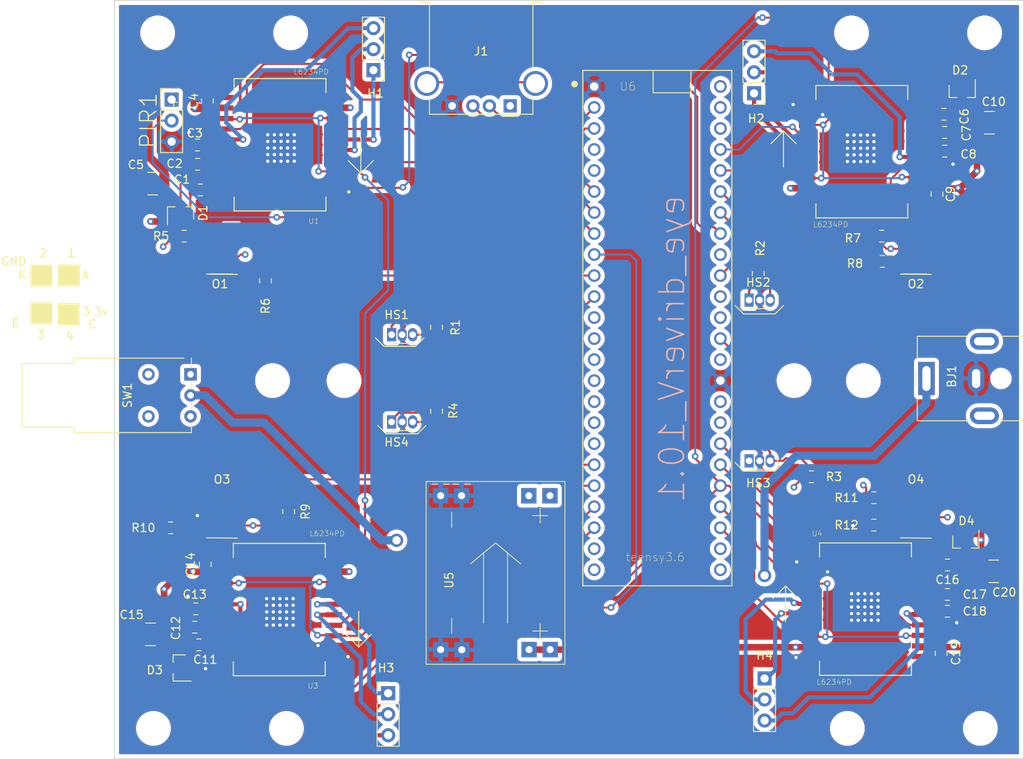
<source format=kicad_pcb>
(kicad_pcb (version 20171130) (host pcbnew "(5.1.4-0)")
  (layers (0 F.Cu signal hide) (1 In1.Cu signal hide) (2 In2.Cu signal hide) (31 B.Cu signal hide) (34 B.Paste user hide) (35 F.Paste user) (36 B.SilkS user) (37 F.SilkS user) (38 B.Mask user hide) (39 F.Mask user hide) (44 Edge.Cuts user))
  (net 0 "")
  (net 1 VBOOT1)
  (net 2 GND)
  (net 3 VCP1)
  (net 4 "Net-(C2-Pad1)")
  (net 5 VREF1)
  (net 6 Vcc)
  (net 7 VBOOT2)
  (net 8 VREF2)
  (net 9 VCP2)
  (net 10 VBOOT3)
  (net 11 VREF3)
  (net 12 VCP3)
  (net 13 VBOOT4)
  (net 14 VREF4)
  (net 15 VCP4)
  (net 16 M_EN)
  (net 17 M1_IN2)
  (net 18 V1)
  (net 19 U1)
  (net 20 M1_IN1)
  (net 21 M1_IN3)
  (net 22 W1)
  (net 23 W2)
  (net 24 M2_IN3)
  (net 25 M2_IN1)
  (net 26 U2)
  (net 27 V2)
  (net 28 M2_IN2)
  (net 29 M3_IN2)
  (net 30 V3)
  (net 31 U3)
  (net 32 M3_IN1)
  (net 33 M3_IN3)
  (net 34 W3)
  (net 35 W4)
  (net 36 M4_IN3)
  (net 37 M4_IN1)
  (net 38 U4)
  (net 39 V4)
  (net 40 M4_IN2)
  (net 41 "Net-(U6-Pad3)")
  (net 42 TX)
  (net 43 RX)
  (net 44 "Net-(U6-Pad34)")
  (net 45 "Net-(U6-Pad33)")
  (net 46 "Net-(U6-PadDA0)")
  (net 47 "Net-(U6-PadDA1)")
  (net 48 "Net-(U6-Pad32)")
  (net 49 "Net-(U6-Pad25)")
  (net 50 "Net-(U6-PadVIN)")
  (net 51 "Net-(U6-PadAGND)")
  (net 52 "Net-(U6-Pad18)")
  (net 53 "Net-(U6-Pad13)")
  (net 54 "Net-(U6-Pad24)")
  (net 55 "Net-(U6-Pad12)")
  (net 56 "Net-(U6-Pad11)")
  (net 57 "Net-(U6-Pad2)")
  (net 58 "Net-(J1-Pad5)")
  (net 59 HS1)
  (net 60 +3.3v)
  (net 61 HS2)
  (net 62 HS3)
  (net 63 HS4)
  (net 64 "Net-(O1-Pad1)")
  (net 65 "Net-(O2-Pad1)")
  (net 66 "Net-(O3-Pad1)")
  (net 67 "Net-(O4-Pad1)")
  (net 68 OS1)
  (net 69 OS2)
  (net 70 OS3)
  (net 71 OS4)
  (net 72 "Net-(C7-Pad1)")
  (net 73 "Net-(C12-Pad1)")
  (net 74 "Net-(C17-Pad1)")
  (net 75 "Net-(U6-Pad16)")
  (net 76 "Net-(U6-Pad15)")
  (net 77 "Net-(U6-Pad31)")
  (net 78 "Net-(BJ1-Pad1)")
  (net 79 "Net-(SW1-Pad3)")
  (net 80 "Net-(U6-Pad26)")
  (net 81 "Net-(U6-Pad10)")
  (net 82 PIR)
  (module Sensor:my_slotted_switch (layer F.Cu) (at 105.156 122.872)
    (fp_text reference O3 (at 0 -4) (layer F.SilkS))
    (fp_text value my_optical_switch)
    (pad 3 smd rect (at -1.1 2.625) (size 1.6 0.5) (layers F.Cu F.Paste F.Mask) (net 70 OS3))
    (pad 4 smd rect (at 1.1 2.625) (size 1.6 0.5) (layers F.Cu F.Paste F.Mask) (net 60 +3.3v))
    (pad 1 smd rect (at 1.12 -2.585) (size 1.6 0.5) (layers F.Cu F.Paste F.Mask) (net 66 "Net-(O3-Pad1)"))
    (pad 2 smd rect (at -1.105 -2.585) (size 1.6 0.5) (layers F.Cu F.Paste F.Mask) (net 2 GND))
  )
  (module Sensor:my_slotted_switch (layer F.Cu) (at 188.976 122.872)
    (fp_text reference O4 (at 0 -4) (layer F.SilkS))
    (fp_text value my_optical_switch)
    (pad 3 smd rect (at -1.1 2.625) (size 1.6 0.5) (layers F.Cu F.Paste F.Mask) (net 71 OS4))
    (pad 4 smd rect (at 1.1 2.625) (size 1.6 0.5) (layers F.Cu F.Paste F.Mask) (net 60 +3.3v))
    (pad 1 smd rect (at 1.12 -2.585) (size 1.6 0.5) (layers F.Cu F.Paste F.Mask) (net 67 "Net-(O4-Pad1)"))
    (pad 2 smd rect (at -1.105 -2.585) (size 1.6 0.5) (layers F.Cu F.Paste F.Mask) (net 2 GND))
  )
  (module Sensor:my_slotted_switch (layer F.Cu) (at 188.976 90.996)
    (fp_text reference O2 (at 0 4.254) (layer F.SilkS))
    (fp_text value my_optical_switch)
    (pad 3 smd rect (at -1.1 2.625) (size 1.6 0.5) (layers F.Cu F.Paste F.Mask) (net 69 OS2))
    (pad 4 smd rect (at 1.1 2.625) (size 1.6 0.5) (layers F.Cu F.Paste F.Mask) (net 60 +3.3v))
    (pad 1 smd rect (at 1.12 -2.585) (size 1.6 0.5) (layers F.Cu F.Paste F.Mask) (net 65 "Net-(O2-Pad1)"))
    (pad 2 smd rect (at -1.105 -2.585) (size 1.6 0.5) (layers F.Cu F.Paste F.Mask) (net 2 GND))
  )
  (module Sensor:my_slotted_switch (layer F.Cu) (at 105.156 90.996)
    (fp_text reference O1 (at -0.254 4.254) (layer F.SilkS))
    (fp_text value my_optical_switch)
    (pad 3 smd rect (at -1.1 2.625) (size 1.6 0.5) (layers F.Cu F.Paste F.Mask) (net 68 OS1))
    (pad 4 smd rect (at 1.1 2.625) (size 1.6 0.5) (layers F.Cu F.Paste F.Mask) (net 60 +3.3v))
    (pad 1 smd rect (at 1.12 -2.585) (size 1.6 0.5) (layers F.Cu F.Paste F.Mask) (net 64 "Net-(O1-Pad1)"))
    (pad 2 smd rect (at -1.105 -2.585) (size 1.6 0.5) (layers F.Cu F.Paste F.Mask) (net 2 GND))
  )
  (module Connector_PinHeader_2.54mm:PinHeader_1x03_P2.54mm_Vertical (layer F.Cu) (at 99.06 72.962)
    (fp_text reference PIR1 (at -2.794 2.54 90) (layer F.SilkS) (effects (font (size 2 2))))
    (fp_text value Conn_01x03)
    (pad 3 thru_hole oval (at 0 5.08) (size 1.7 1.7) (drill 1) (layers *.Cu *.Mask) (net 2 GND))
    (pad 2 thru_hole oval (at 0 2.54) (size 1.7 1.7) (drill 1) (layers *.Cu *.Mask) (net 82 PIR))
    (pad 1 thru_hole rect (at 0 0) (size 1.7 1.7) (drill 1) (layers *.Cu *.Mask) (net 60 +3.3v))
  )
  (module MountingHole:MountingHole_3.2mm_M3 (layer F.Cu) (at 197.264 64.898)
    (fp_text reference REF** hide)
    (fp_text value MountingHole_3.2mm_M3 hide)
    (pad 1 np_thru_hole circle (at 0 0) (size 3.2 3.2) (drill 3.2) (layers *.Cu *.Mask))
  )
  (module MountingHole:MountingHole_3.2mm_M3 (layer F.Cu) (at 181.194 64.898)
    (fp_text reference REF** hide)
    (fp_text value MountingHole_3.2mm_M3 hide)
    (pad 1 np_thru_hole circle (at 0 0) (size 3.2 3.2) (drill 3.2) (layers *.Cu *.Mask))
  )
  (module MountingHole:MountingHole_3.2mm_M3 (layer F.Cu) (at 180.688 148.97 180)
    (fp_text reference REF** hide)
    (fp_text value MountingHole_3.2mm_M3 hide)
    (pad 1 np_thru_hole circle (at 0 0 180) (size 3.2 3.2) (drill 3.2) (layers *.Cu *.Mask))
  )
  (module MountingHole:MountingHole_3.2mm_M3 (layer F.Cu) (at 196.758 148.97 180)
    (fp_text reference REF** hide)
    (fp_text value MountingHole_3.2mm_M3 hide)
    (pad 1 np_thru_hole circle (at 0 0 180) (size 3.2 3.2) (drill 3.2) (layers *.Cu *.Mask))
  )
  (module MountingHole:MountingHole_3.2mm_M3 (layer F.Cu) (at 96.868 148.97 180)
    (fp_text reference REF** hide)
    (fp_text value MountingHole_3.2mm_M3 hide)
    (pad 1 np_thru_hole circle (at 0 0 180) (size 3.2 3.2) (drill 3.2) (layers *.Cu *.Mask))
  )
  (module MountingHole:MountingHole_3.2mm_M3 (layer F.Cu) (at 112.938 148.97 180)
    (fp_text reference REF** hide)
    (fp_text value MountingHole_3.2mm_M3 hide)
    (pad 1 np_thru_hole circle (at 0 0 180) (size 3.2 3.2) (drill 3.2) (layers *.Cu *.Mask))
  )
  (module Resistor_SMD:R_0805_2012Metric (layer F.Cu) (at 184.912 92.52 180)
    (fp_text reference R8 (at 3.302 -0.254) (layer F.SilkS))
    (fp_text value 10k)
    (pad 2 smd roundrect (at 0.9375 0 180) (size 0.975 1.4) (layers F.Cu F.Paste F.Mask) (net 2 GND))
    (pad 1 smd roundrect (at -0.9375 0 180) (size 0.975 1.4) (layers F.Cu F.Paste F.Mask) (net 69 OS2))
  )
  (module MountingHole:MountingHole_3.2mm_M3 (layer F.Cu) (at 119.888 106.934)
    (fp_text reference REF** hide)
    (fp_text value MountingHole_3.2mm_M3 hide)
    (pad 1 np_thru_hole circle (at 0 0) (size 3.2 3.2) (drill 3.2) (layers *.Cu *.Mask))
  )
  (module MountingHole:MountingHole_3.2mm_M3 (layer F.Cu) (at 182.626 106.934)
    (fp_text reference REF** hide)
    (fp_text value MountingHole_3.2mm_M3 hide)
    (pad 1 np_thru_hole circle (at 0 0) (size 3.2 3.2) (drill 3.2) (layers *.Cu *.Mask))
  )
  (module MountingHole:MountingHole_3.2mm_M3 (layer F.Cu) (at 174.244 106.934)
    (fp_text reference REF** hide)
    (fp_text value MountingHole_3.2mm_M3 hide)
    (pad 1 np_thru_hole circle (at 0 0) (size 3.2 3.2) (drill 3.2) (layers *.Cu *.Mask))
  )
  (module MountingHole:MountingHole_3.2mm_M3 (layer F.Cu) (at 111.252 106.934)
    (fp_text reference REF** hide)
    (fp_text value MountingHole_3.2mm_M3 hide)
    (pad 1 np_thru_hole circle (at 0 0) (size 3.2 3.2) (drill 3.2) (layers *.Cu *.Mask))
  )
  (module Button_Switch_THT:SW_NKK_BB15AH (layer F.Cu) (at 101.346 106.172 270)
    (fp_text reference SW1 (at 2.54 7.62 90) (layer F.SilkS))
    (fp_text value SW_SPDT)
    (pad 1 thru_hole rect (at 0 0 270) (size 1.5 1.5) (drill 0.8) (layers *.Cu *.Mask) (net 6 Vcc))
    (pad 2 thru_hole circle (at 2.54 0 270) (size 1.5 1.5) (drill 0.8) (layers *.Cu *.Mask) (net 78 "Net-(BJ1-Pad1)"))
    (pad 3 thru_hole circle (at 5.08 0 270) (size 1.5 1.5) (drill 0.8) (layers *.Cu *.Mask) (net 79 "Net-(SW1-Pad3)"))
    (pad "" thru_hole circle (at 0 5.08 270) (size 1.5 1.5) (drill 0.9) (layers *.Cu *.Mask))
    (pad "" thru_hole circle (at 5.08 5.08 270) (size 1.5 1.5) (drill 0.9) (layers *.Cu *.Mask))
  )
  (module Connector_BarrelJack:BarrelJack_CUI_PJ-063AH_Horizontal (layer F.Cu) (at 190.246 106.68 90)
    (fp_text reference BJ1 (at 0.254 3.048 90) (layer F.SilkS))
    (fp_text value Barrel_Jack)
    (pad "" np_thru_hole circle (at 0 9 90) (size 1.6 1.6) (drill 1.6) (layers *.Cu *.Mask))
    (pad MP thru_hole oval (at 4.5 7 90) (size 2 3.5) (drill oval 1 2.5) (layers *.Cu *.Mask))
    (pad MP thru_hole oval (at -4.5 7 90) (size 2 3.5) (drill oval 1 2.5) (layers *.Cu *.Mask))
    (pad 2 thru_hole oval (at 0 6 90) (size 3.3 2) (drill oval 2.3 1) (layers *.Cu *.Mask) (net 2 GND))
    (pad 1 thru_hole rect (at 0 0 90) (size 4 2) (drill oval 3 1) (layers *.Cu *.Mask) (net 78 "Net-(BJ1-Pad1)"))
  )
  (module Connector_PinHeader_2.54mm:PinHeader_1x03_P2.54mm_Vertical (layer F.Cu) (at 170.688 142.938)
    (fp_text reference H4 (at 0 -2.794) (layer F.SilkS))
    (fp_text value Conn_01x03)
    (pad 3 thru_hole oval (at 0 5.08) (size 1.7 1.7) (drill 1) (layers *.Cu *.Mask) (net 35 W4))
    (pad 2 thru_hole oval (at 0 2.54) (size 1.7 1.7) (drill 1) (layers *.Cu *.Mask) (net 39 V4))
    (pad 1 thru_hole rect (at 0 0) (size 1.7 1.7) (drill 1) (layers *.Cu *.Mask) (net 38 U4))
  )
  (module Connector_PinHeader_2.54mm:PinHeader_1x03_P2.54mm_Vertical (layer F.Cu) (at 125.222 144.716)
    (fp_text reference H3 (at -0.254 -3.048) (layer F.SilkS))
    (fp_text value Conn_01x03)
    (pad 3 thru_hole oval (at 0 5.08) (size 1.7 1.7) (drill 1) (layers *.Cu *.Mask) (net 34 W3))
    (pad 2 thru_hole oval (at 0 2.54) (size 1.7 1.7) (drill 1) (layers *.Cu *.Mask) (net 30 V3))
    (pad 1 thru_hole rect (at 0 0) (size 1.7 1.7) (drill 1) (layers *.Cu *.Mask) (net 31 U3))
  )
  (module Connector_PinHeader_2.54mm:PinHeader_1x03_P2.54mm_Vertical (layer F.Cu) (at 169.418 72.2 180)
    (fp_text reference H2 (at -0.254 -3.048) (layer F.SilkS))
    (fp_text value Conn_01x03)
    (pad 3 thru_hole oval (at 0 5.08 180) (size 1.7 1.7) (drill 1) (layers *.Cu *.Mask) (net 23 W2))
    (pad 2 thru_hole oval (at 0 2.54 180) (size 1.7 1.7) (drill 1) (layers *.Cu *.Mask) (net 27 V2))
    (pad 1 thru_hole rect (at 0 0 180) (size 1.7 1.7) (drill 1) (layers *.Cu *.Mask) (net 26 U2))
  )
  (module Connector_PinHeader_2.54mm:PinHeader_1x03_P2.54mm_Vertical (layer F.Cu) (at 123.444 69.406 180)
    (fp_text reference H1 (at -0.254 -2.794) (layer F.SilkS))
    (fp_text value Conn_01x03)
    (pad 3 thru_hole oval (at 0 5.08 180) (size 1.7 1.7) (drill 1) (layers *.Cu *.Mask) (net 22 W1))
    (pad 2 thru_hole oval (at 0 2.54 180) (size 1.7 1.7) (drill 1) (layers *.Cu *.Mask) (net 18 V1))
    (pad 1 thru_hole rect (at 0 0 180) (size 1.7 1.7) (drill 1) (layers *.Cu *.Mask) (net 19 U1))
  )
  (module Capacitor_SMD:C_1210_3225Metric (layer F.Cu) (at 197.852 75.756)
    (fp_text reference C10 (at 0.522 -2.54) (layer F.SilkS))
    (fp_text value 100uF)
    (pad 2 smd roundrect (at 1.4 0) (size 1.25 2.65) (layers F.Cu F.Paste F.Mask) (roundrect_rratio 0.2) (net 2 GND))
    (pad 1 smd roundrect (at -1.4 0) (size 1.25 2.65) (layers F.Cu F.Paste F.Mask) (roundrect_rratio 0.2) (net 6 Vcc))
  )
  (module Resistor_SMD:R_0805_2012Metric (layer F.Cu) (at 183.896 124.396 180)
    (fp_text reference R12 (at 3.302 0) (layer F.SilkS))
    (fp_text value 10k)
    (pad 2 smd roundrect (at 0.9375 0 180) (size 0.975 1.4) (layers F.Cu F.Paste F.Mask) (net 2 GND))
    (pad 1 smd roundrect (at -0.9375 0 180) (size 0.975 1.4) (layers F.Cu F.Paste F.Mask) (net 71 OS4))
  )
  (module Resistor_SMD:R_0805_2012Metric (layer F.Cu) (at 183.896 121.094)
    (fp_text reference R11 (at -3.302 0) (layer F.SilkS))
    (fp_text value 110)
    (pad 2 smd roundrect (at 0.9375 0) (size 0.975 1.4) (layers F.Cu F.Paste F.Mask) (net 67 "Net-(O4-Pad1)"))
    (pad 1 smd roundrect (at -0.9375 0) (size 0.975 1.4) (layers F.Cu F.Paste F.Mask) (net 60 +3.3v))
  )
  (module Resistor_SMD:R_0805_2012Metric (layer F.Cu) (at 98.95 124.73 180)
    (fp_text reference R10 (at 3.302 0) (layer F.SilkS))
    (fp_text value 10k)
    (pad 2 smd roundrect (at 0.9375 0 180) (size 0.975 1.4) (layers F.Cu F.Paste F.Mask) (net 2 GND))
    (pad 1 smd roundrect (at -0.9375 0 180) (size 0.975 1.4) (layers F.Cu F.Paste F.Mask) (net 70 OS3))
  )
  (module Resistor_SMD:R_0805_2012Metric (layer F.Cu) (at 113.2 122.77 90)
    (fp_text reference R9 (at 0 2.032 90) (layer F.SilkS))
    (fp_text value 110)
    (pad 2 smd roundrect (at 0.9375 0 90) (size 0.975 1.4) (layers F.Cu F.Paste F.Mask) (net 66 "Net-(O3-Pad1)"))
    (pad 1 smd roundrect (at -0.9375 0 90) (size 0.975 1.4) (layers F.Cu F.Paste F.Mask) (net 60 +3.3v))
  )
  (module Resistor_SMD:R_0805_2012Metric (layer F.Cu) (at 184.8335 89.472)
    (fp_text reference R7 (at -3.4775 0.254) (layer F.SilkS))
    (fp_text value 110)
    (pad 2 smd roundrect (at 0.9375 0) (size 0.975 1.4) (layers F.Cu F.Paste F.Mask) (net 65 "Net-(O2-Pad1)"))
    (pad 1 smd roundrect (at -0.9375 0) (size 0.975 1.4) (layers F.Cu F.Paste F.Mask) (net 60 +3.3v))
  )
  (module Resistor_SMD:R_0805_2012Metric (layer F.Cu) (at 110.4 94.86 270)
    (fp_text reference R6 (at 3.048 0 90) (layer F.SilkS))
    (fp_text value 10k)
    (pad 2 smd roundrect (at 0.9375 0 270) (size 0.975 1.4) (layers F.Cu F.Paste F.Mask) (net 2 GND))
    (pad 1 smd roundrect (at -0.9375 0 270) (size 0.975 1.4) (layers F.Cu F.Paste F.Mask) (net 68 OS1))
  )
  (module Resistor_SMD:R_0805_2012Metric (layer F.Cu) (at 100.584 89.472)
    (fp_text reference R5 (at -2.794 0) (layer F.SilkS))
    (fp_text value 110)
    (pad 2 smd roundrect (at 0.9375 0) (size 0.975 1.4) (layers F.Cu F.Paste F.Mask) (net 64 "Net-(O1-Pad1)"))
    (pad 1 smd roundrect (at -0.9375 0) (size 0.975 1.4) (layers F.Cu F.Paste F.Mask) (net 60 +3.3v))
  )
  (module Resistor_SMD:R_0805_2012Metric (layer F.Cu) (at 131.064 110.6485 270)
    (fp_text reference R4 (at -0.0785 -2.032 90) (layer F.SilkS))
    (fp_text value 50k)
    (pad 2 smd roundrect (at 0.9375 0 270) (size 0.975 1.4) (layers F.Cu F.Paste F.Mask) (net 63 HS4))
    (pad 1 smd roundrect (at -0.9375 0 270) (size 0.975 1.4) (layers F.Cu F.Paste F.Mask) (net 60 +3.3v))
  )
  (module Resistor_SMD:R_0805_2012Metric (layer F.Cu) (at 176.3545 118.554)
    (fp_text reference R3 (at 2.7155 0) (layer F.SilkS))
    (fp_text value 50k)
    (pad 2 smd roundrect (at 0.9375 0) (size 0.975 1.4) (layers F.Cu F.Paste F.Mask) (net 62 HS3))
    (pad 1 smd roundrect (at -0.9375 0) (size 0.975 1.4) (layers F.Cu F.Paste F.Mask) (net 60 +3.3v))
  )
  (module Resistor_SMD:R_0805_2012Metric (layer F.Cu) (at 169.926 93.98 90)
    (fp_text reference R2 (at 3.048 0.254 90) (layer F.SilkS))
    (fp_text value 50k)
    (pad 2 smd roundrect (at 0.9375 0 90) (size 0.975 1.4) (layers F.Cu F.Paste F.Mask) (net 61 HS2))
    (pad 1 smd roundrect (at -0.9375 0 90) (size 0.975 1.4) (layers F.Cu F.Paste F.Mask) (net 60 +3.3v))
  )
  (module Resistor_SMD:R_0805_2012Metric (layer F.Cu) (at 131.064 100.504 270)
    (fp_text reference R1 (at 0 -2.286 90) (layer F.SilkS))
    (fp_text value 50k)
    (pad 2 smd roundrect (at 0.9375 0 270) (size 0.975 1.4) (layers F.Cu F.Paste F.Mask) (net 59 HS1))
    (pad 1 smd roundrect (at -0.9375 0 270) (size 0.975 1.4) (layers F.Cu F.Paste F.Mask) (net 60 +3.3v))
  )
  (module Package_TO_SOT_SMD:SOT-23 (layer F.Cu) (at 195.006 126.412 270)
    (fp_text reference D4 (at -2.524 -0.066 180) (layer F.SilkS))
    (fp_text value BAT54S)
    (pad 3 smd rect (at 1 0 270) (size 0.9 0.8) (layers F.Cu F.Paste F.Mask) (net 74 "Net-(C17-Pad1)"))
    (pad 2 smd rect (at -1 0.95 270) (size 0.9 0.8) (layers F.Cu F.Paste F.Mask) (net 13 VBOOT4))
    (pad 1 smd rect (at -1 -0.95 270) (size 0.9 0.8) (layers F.Cu F.Paste F.Mask) (net 6 Vcc))
  )
  (module Package_TO_SOT_SMD:SOT-23 (layer F.Cu) (at 100.008 141.668 180)
    (fp_text reference D3 (at 2.98 -0.254) (layer F.SilkS))
    (fp_text value BAT54S)
    (pad 3 smd rect (at 1 0 180) (size 0.9 0.8) (layers F.Cu F.Paste F.Mask) (net 73 "Net-(C12-Pad1)"))
    (pad 2 smd rect (at -1 0.95 180) (size 0.9 0.8) (layers F.Cu F.Paste F.Mask) (net 10 VBOOT3))
    (pad 1 smd rect (at -1 -0.95 180) (size 0.9 0.8) (layers F.Cu F.Paste F.Mask) (net 6 Vcc))
  )
  (module Package_TO_SOT_SMD:SOT-23 (layer F.Cu) (at 194.564 71.946 270)
    (fp_text reference D2 (at -2.54 0.254 180) (layer F.SilkS))
    (fp_text value BAT54S)
    (pad 3 smd rect (at 1 0 270) (size 0.9 0.8) (layers F.Cu F.Paste F.Mask) (net 72 "Net-(C7-Pad1)"))
    (pad 2 smd rect (at -1 0.95 270) (size 0.9 0.8) (layers F.Cu F.Paste F.Mask) (net 7 VBOOT2))
    (pad 1 smd rect (at -1 -0.95 270) (size 0.9 0.8) (layers F.Cu F.Paste F.Mask) (net 6 Vcc))
  )
  (module Capacitor_SMD:C_0805_2012Metric (layer F.Cu) (at 192.786 132.778 180)
    (fp_text reference C17 (at -3.302 0) (layer F.SilkS))
    (fp_text value 10nF)
    (pad 2 smd roundrect (at 0.9375 0 180) (size 0.975 1.4) (layers F.Cu F.Paste F.Mask) (net 15 VCP4))
    (pad 1 smd roundrect (at -0.9375 0 180) (size 0.975 1.4) (layers F.Cu F.Paste F.Mask) (net 74 "Net-(C17-Pad1)"))
  )
  (module Capacitor_SMD:C_1210_3225Metric (layer F.Cu) (at 198.374 129.984)
    (fp_text reference C20 (at 1.27 2.54) (layer F.SilkS))
    (fp_text value 100uF)
    (pad 2 smd roundrect (at 1.4 0) (size 1.25 2.65) (layers F.Cu F.Paste F.Mask) (roundrect_rratio 0.2) (net 2 GND))
    (pad 1 smd roundrect (at -1.4 0) (size 1.25 2.65) (layers F.Cu F.Paste F.Mask) (roundrect_rratio 0.2) (net 6 Vcc))
  )
  (module Capacitor_SMD:C_0805_2012Metric (layer F.Cu) (at 192.024 139.89 270)
    (fp_text reference C19 (at 0 -1.778 90) (layer F.SilkS))
    (fp_text value 100nF)
    (pad 2 smd roundrect (at 0.9375 0 270) (size 0.975 1.4) (layers F.Cu F.Paste F.Mask) (net 2 GND))
    (pad 1 smd roundrect (at -0.9375 0 270) (size 0.975 1.4) (layers F.Cu F.Paste F.Mask) (net 6 Vcc))
  )
  (module Capacitor_SMD:C_0805_2012Metric (layer F.Cu) (at 192.786 134.81)
    (fp_text reference C18 (at 3.302 0) (layer F.SilkS))
    (fp_text value 1uF)
    (pad 2 smd roundrect (at 0.9375 0) (size 0.975 1.4) (layers F.Cu F.Paste F.Mask) (net 2 GND))
    (pad 1 smd roundrect (at -0.9375 0) (size 0.975 1.4) (layers F.Cu F.Paste F.Mask) (net 14 VREF4))
  )
  (module Capacitor_SMD:C_0805_2012Metric (layer F.Cu) (at 192.786 129.222 180)
    (fp_text reference C16 (at 0 -1.778) (layer F.SilkS))
    (fp_text value .22uF)
    (pad 2 smd roundrect (at 0.9375 0 180) (size 0.975 1.4) (layers F.Cu F.Paste F.Mask) (net 2 GND))
    (pad 1 smd roundrect (at -0.9375 0 180) (size 0.975 1.4) (layers F.Cu F.Paste F.Mask) (net 13 VBOOT4))
  )
  (module Capacitor_SMD:C_0805_2012Metric (layer F.Cu) (at 101.854 136.736)
    (fp_text reference C12 (at -2.286 0.106 90) (layer F.SilkS))
    (fp_text value 10nF)
    (pad 2 smd roundrect (at 0.9375 0) (size 0.975 1.4) (layers F.Cu F.Paste F.Mask) (net 12 VCP3))
    (pad 1 smd roundrect (at -0.9375 0) (size 0.975 1.4) (layers F.Cu F.Paste F.Mask) (net 73 "Net-(C12-Pad1)"))
  )
  (module Capacitor_SMD:C_1210_3225Metric (layer F.Cu) (at 96.52 137.604 180)
    (fp_text reference C15 (at 2.286 2.37) (layer F.SilkS))
    (fp_text value 100uF)
    (pad 2 smd roundrect (at 1.4 0 180) (size 1.25 2.65) (layers F.Cu F.Paste F.Mask) (roundrect_rratio 0.2) (net 2 GND))
    (pad 1 smd roundrect (at -1.4 0 180) (size 1.25 2.65) (layers F.Cu F.Paste F.Mask) (roundrect_rratio 0.2) (net 6 Vcc))
  )
  (module Capacitor_SMD:C_0805_2012Metric (layer F.Cu) (at 103.124 129.1435 90)
    (fp_text reference C14 (at 0 -1.778 90) (layer F.SilkS))
    (fp_text value 100nF)
    (pad 2 smd roundrect (at 0.9375 0 90) (size 0.975 1.4) (layers F.Cu F.Paste F.Mask) (net 2 GND))
    (pad 1 smd roundrect (at -0.9375 0 90) (size 0.975 1.4) (layers F.Cu F.Paste F.Mask) (net 6 Vcc))
  )
  (module Capacitor_SMD:C_0805_2012Metric (layer F.Cu) (at 101.9805 134.526 180)
    (fp_text reference C13 (at 0.1265 1.748) (layer F.SilkS))
    (fp_text value 1uF)
    (pad 2 smd roundrect (at 0.9375 0 180) (size 0.975 1.4) (layers F.Cu F.Paste F.Mask) (net 2 GND))
    (pad 1 smd roundrect (at -0.9375 0 180) (size 0.975 1.4) (layers F.Cu F.Paste F.Mask) (net 11 VREF3))
  )
  (module Capacitor_SMD:C_0805_2012Metric (layer F.Cu) (at 102.362 138.874)
    (fp_text reference C11 (at 0.762 1.778) (layer F.SilkS))
    (fp_text value .22uF)
    (pad 2 smd roundrect (at 0.9375 0) (size 0.975 1.4) (layers F.Cu F.Paste F.Mask) (net 2 GND))
    (pad 1 smd roundrect (at -0.9375 0) (size 0.975 1.4) (layers F.Cu F.Paste F.Mask) (net 10 VBOOT3))
  )
  (module Capacitor_SMD:C_0805_2012Metric (layer F.Cu) (at 192.442 76.928 180)
    (fp_text reference C7 (at -2.63 -0.098 90) (layer F.SilkS))
    (fp_text value 10nF)
    (pad 2 smd roundrect (at 0.9375 0 180) (size 0.975 1.4) (layers F.Cu F.Paste F.Mask) (net 9 VCP2))
    (pad 1 smd roundrect (at -0.9375 0 180) (size 0.975 1.4) (layers F.Cu F.Paste F.Mask) (net 72 "Net-(C7-Pad1)"))
  )
  (module Capacitor_SMD:C_0805_2012Metric (layer F.Cu) (at 191.516 84.392 270)
    (fp_text reference C9 (at 0 -1.65 90) (layer F.SilkS))
    (fp_text value 100nF)
    (pad 2 smd roundrect (at 0.9375 0 270) (size 0.975 1.4) (layers F.Cu F.Paste F.Mask) (net 2 GND))
    (pad 1 smd roundrect (at -0.9375 0 270) (size 0.975 1.4) (layers F.Cu F.Paste F.Mask) (net 6 Vcc))
  )
  (module Capacitor_SMD:C_0805_2012Metric (layer F.Cu) (at 192.4595 79.188)
    (fp_text reference C8 (at 2.8665 0.378) (layer F.SilkS))
    (fp_text value 1uF)
    (pad 2 smd roundrect (at 0.9375 0) (size 0.975 1.4) (layers F.Cu F.Paste F.Mask) (net 2 GND))
    (pad 1 smd roundrect (at -0.9375 0) (size 0.975 1.4) (layers F.Cu F.Paste F.Mask) (net 8 VREF2))
  )
  (module Capacitor_SMD:C_0805_2012Metric (layer F.Cu) (at 192.352 74.74 180)
    (fp_text reference C6 (at -2.466 -0.254 90) (layer F.SilkS))
    (fp_text value .22uF)
    (pad 2 smd roundrect (at 0.9375 0 180) (size 0.975 1.4) (layers F.Cu F.Paste F.Mask) (net 2 GND))
    (pad 1 smd roundrect (at -0.9375 0 180) (size 0.975 1.4) (layers F.Cu F.Paste F.Mask) (net 7 VBOOT2))
  )
  (module MountingHole:MountingHole_3.2mm_M3 (layer F.Cu) (at 97.374 64.898)
    (fp_text reference REF** hide)
    (fp_text value MountingHole_3.2mm_M3 hide)
    (pad 1 np_thru_hole circle (at 0 0) (size 3.2 3.2) (drill 3.2) (layers *.Cu *.Mask))
  )
  (module MountingHole:MountingHole_3.2mm_M3 (layer F.Cu) (at 113.444 64.898)
    (fp_text reference REF** hide)
    (fp_text value MountingHole_3.2mm_M3 hide)
    (pad 1 np_thru_hole circle (at 0 0) (size 3.2 3.2) (drill 3.2) (layers *.Cu *.Mask))
  )
  (module Sensor_Current:Diodes_SIP-3_4.1x1.5mm_P1.27mm (layer F.Cu) (at 125.637 111.931)
    (fp_text reference HS4 (at 0.601 2.449) (layer F.SilkS))
    (fp_text value hall_effect_three_wire)
    (pad 3 thru_hole oval (at 2.54 0) (size 1.1 1.6) (drill 0.8) (layers *.Cu *.Mask) (net 63 HS4))
    (pad 2 thru_hole oval (at 1.27 0) (size 1.1 1.6) (drill 0.8) (layers *.Cu *.Mask) (net 2 GND))
    (pad 1 thru_hole rect (at 0 0) (size 1.1 1.6) (drill 0.8) (layers *.Cu *.Mask) (net 60 +3.3v))
  )
  (module Sensor_Current:Diodes_SIP-3_4.1x1.5mm_P1.27mm (layer F.Cu) (at 168.817 116.621666)
    (fp_text reference HS3 (at 1.109 2.694334) (layer F.SilkS))
    (fp_text value hall_effect_three_wire)
    (pad 3 thru_hole oval (at 2.54 0) (size 1.1 1.6) (drill 0.8) (layers *.Cu *.Mask) (net 62 HS3))
    (pad 2 thru_hole oval (at 1.27 0) (size 1.1 1.6) (drill 0.8) (layers *.Cu *.Mask) (net 2 GND))
    (pad 1 thru_hole rect (at 0 0) (size 1.1 1.6) (drill 0.8) (layers *.Cu *.Mask) (net 60 +3.3v))
  )
  (module Sensor_Current:Diodes_SIP-3_4.1x1.5mm_P1.27mm (layer F.Cu) (at 168.817 97.200333)
    (fp_text reference HS2 (at 1.109 -2.140333) (layer F.SilkS))
    (fp_text value hall_effect_three_wire)
    (pad 3 thru_hole oval (at 2.54 0) (size 1.1 1.6) (drill 0.8) (layers *.Cu *.Mask) (net 61 HS2))
    (pad 2 thru_hole oval (at 1.27 0) (size 1.1 1.6) (drill 0.8) (layers *.Cu *.Mask) (net 2 GND))
    (pad 1 thru_hole rect (at 0 0) (size 1.1 1.6) (drill 0.8) (layers *.Cu *.Mask) (net 60 +3.3v))
  )
  (module Sensor_Current:Diodes_SIP-3_4.1x1.5mm_P1.27mm (layer F.Cu) (at 125.637 101.383)
    (fp_text reference HS1 (at 0.601 -2.403) (layer F.SilkS))
    (fp_text value hall_effect_three_wire)
    (pad 3 thru_hole oval (at 2.54 0) (size 1.1 1.6) (drill 0.8) (layers *.Cu *.Mask) (net 59 HS1))
    (pad 2 thru_hole oval (at 1.27 0) (size 1.1 1.6) (drill 0.8) (layers *.Cu *.Mask) (net 2 GND))
    (pad 1 thru_hole rect (at 0 0) (size 1.1 1.6) (drill 0.8) (layers *.Cu *.Mask) (net 60 +3.3v))
  )
  (module Connector_USB:USB_A_Stewart_SS-52100-001_Horizontal (layer F.Cu) (at 139.954 73.724 180)
    (fp_text reference J1 (at 3.5 6.604) (layer F.SilkS))
    (fp_text value USB_A)
    (pad 4 thru_hole circle (at 7 0 180) (size 1.6 1.6) (drill 0.92) (layers *.Cu *.Mask) (net 2 GND))
    (pad 3 thru_hole circle (at 4.5 0 180) (size 1.6 1.6) (drill 0.92) (layers *.Cu *.Mask) (net 42 TX))
    (pad 2 thru_hole circle (at 2.5 0 180) (size 1.6 1.6) (drill 0.92) (layers *.Cu *.Mask) (net 43 RX))
    (pad 1 thru_hole rect (at 0 0 180) (size 1.6 1.6) (drill 0.92) (layers *.Cu *.Mask) (net 60 +3.3v))
    (pad 5 thru_hole circle (at -3.07 2.71 180) (size 3 3) (drill 2.3) (layers *.Cu *.Mask) (net 58 "Net-(J1-Pad5)"))
    (pad 5 thru_hole circle (at 10.07 2.71 180) (size 3 3) (drill 2.3) (layers *.Cu *.Mask) (net 58 "Net-(J1-Pad5)"))
  )
  (module DEV-14058:MODULE_DEV-14058 (layer F.Cu) (at 157.734 100.584)
    (fp_text reference U6 (at -3.556 -29.21) (layer F.SilkS) (effects (font (size 1.00041 1.00041) (thickness 0.05))))
    (fp_text value teensy3.6 (at -0.254 27.686) (layer F.SilkS) (effects (font (size 1.00143 1.00143) (thickness 0.05))))
    (pad 39 thru_hole circle (at 7.62 13.97) (size 1.53 1.53) (drill 1.02) (layers *.Cu *.Mask) (net 71 OS4))
    (pad 38 thru_hole circle (at 7.62 16.51) (size 1.53 1.53) (drill 1.02) (layers *.Cu *.Mask) (net 36 M4_IN3))
    (pad 37 thru_hole circle (at 7.62 19.05) (size 1.53 1.53) (drill 1.02) (layers *.Cu *.Mask) (net 16 M_EN))
    (pad 36 thru_hole circle (at 7.62 21.59) (size 1.53 1.53) (drill 1.02) (layers *.Cu *.Mask) (net 40 M4_IN2))
    (pad 35 thru_hole circle (at 7.62 24.13) (size 1.53 1.53) (drill 1.02) (layers *.Cu *.Mask) (net 37 M4_IN1))
    (pad 34 thru_hole circle (at 7.62 26.67) (size 1.53 1.53) (drill 1.02) (layers *.Cu *.Mask) (net 44 "Net-(U6-Pad34)"))
    (pad 33 thru_hole circle (at 7.62 29.21) (size 1.53 1.53) (drill 1.02) (layers *.Cu *.Mask) (net 45 "Net-(U6-Pad33)"))
    (pad DA0 thru_hole circle (at 7.62 11.43) (size 1.53 1.53) (drill 1.02) (layers *.Cu *.Mask) (net 46 "Net-(U6-PadDA0)"))
    (pad DA1 thru_hole circle (at 7.62 8.89) (size 1.53 1.53) (drill 1.02) (layers *.Cu *.Mask) (net 47 "Net-(U6-PadDA1)"))
    (pad GND2 thru_hole circle (at 7.62 6.35) (size 1.53 1.53) (drill 1.02) (layers *.Cu *.Mask) (net 2 GND))
    (pad 32 thru_hole circle (at -7.62 29.21) (size 1.53 1.53) (drill 1.02) (layers *.Cu *.Mask) (net 48 "Net-(U6-Pad32)"))
    (pad 31 thru_hole circle (at -7.62 26.67) (size 1.53 1.53) (drill 1.02) (layers *.Cu *.Mask) (net 77 "Net-(U6-Pad31)"))
    (pad 30 thru_hole circle (at -7.62 24.13) (size 1.53 1.53) (drill 1.02) (layers *.Cu *.Mask) (net 29 M3_IN2))
    (pad 29 thru_hole circle (at -7.62 21.59) (size 1.53 1.53) (drill 1.02) (layers *.Cu *.Mask) (net 32 M3_IN1))
    (pad 28 thru_hole circle (at -7.62 19.05) (size 1.53 1.53) (drill 1.02) (layers *.Cu *.Mask) (net 70 OS3))
    (pad 27 thru_hole circle (at -7.62 16.51) (size 1.53 1.53) (drill 1.02) (layers *.Cu *.Mask) (net 63 HS4))
    (pad 26 thru_hole circle (at -7.62 13.97) (size 1.53 1.53) (drill 1.02) (layers *.Cu *.Mask) (net 80 "Net-(U6-Pad26)"))
    (pad 25 thru_hole circle (at -7.62 11.43) (size 1.53 1.53) (drill 1.02) (layers *.Cu *.Mask) (net 49 "Net-(U6-Pad25)"))
    (pad VIN thru_hole circle (at 7.62 -29.21) (size 1.53 1.53) (drill 1.02) (layers *.Cu *.Mask) (net 50 "Net-(U6-PadVIN)"))
    (pad AGND thru_hole circle (at 7.62 -26.67) (size 1.53 1.53) (drill 1.02) (layers *.Cu *.Mask) (net 51 "Net-(U6-PadAGND)"))
    (pad "3.3V(250MA)" thru_hole circle (at 7.62 -24.13) (size 1.53 1.53) (drill 1.02) (layers *.Cu *.Mask))
    (pad 23 thru_hole circle (at 7.62 -21.59) (size 1.53 1.53) (drill 1.02) (layers *.Cu *.Mask) (net 28 M2_IN2))
    (pad 22 thru_hole circle (at 7.62 -19.05) (size 1.53 1.53) (drill 1.02) (layers *.Cu *.Mask) (net 25 M2_IN1))
    (pad 21 thru_hole circle (at 7.62 -16.51) (size 1.53 1.53) (drill 1.02) (layers *.Cu *.Mask) (net 24 M2_IN3))
    (pad 20 thru_hole circle (at 7.62 -13.97) (size 1.53 1.53) (drill 1.02) (layers *.Cu *.Mask) (net 69 OS2))
    (pad 19 thru_hole circle (at 7.62 -11.43) (size 1.53 1.53) (drill 1.02) (layers *.Cu *.Mask) (net 82 PIR))
    (pad 18 thru_hole circle (at 7.62 -8.89) (size 1.53 1.53) (drill 1.02) (layers *.Cu *.Mask) (net 52 "Net-(U6-Pad18)"))
    (pad 17 thru_hole circle (at 7.62 -6.35) (size 1.53 1.53) (drill 1.02) (layers *.Cu *.Mask) (net 61 HS2))
    (pad 16 thru_hole circle (at 7.62 -3.81) (size 1.53 1.53) (drill 1.02) (layers *.Cu *.Mask) (net 75 "Net-(U6-Pad16)"))
    (pad 15 thru_hole circle (at 7.62 -1.27) (size 1.53 1.53) (drill 1.02) (layers *.Cu *.Mask) (net 76 "Net-(U6-Pad15)"))
    (pad 14 thru_hole circle (at 7.62 1.27) (size 1.53 1.53) (drill 1.02) (layers *.Cu *.Mask) (net 62 HS3))
    (pad 13 thru_hole circle (at 7.62 3.81) (size 1.53 1.53) (drill 1.02) (layers *.Cu *.Mask) (net 53 "Net-(U6-Pad13)"))
    (pad 24 thru_hole circle (at -7.62 8.89) (size 1.53 1.53) (drill 1.02) (layers *.Cu *.Mask) (net 54 "Net-(U6-Pad24)"))
    (pad 3.3V thru_hole circle (at -7.62 6.35) (size 1.53 1.53) (drill 1.02) (layers *.Cu *.Mask) (net 60 +3.3v))
    (pad 12 thru_hole circle (at -7.62 3.81) (size 1.53 1.53) (drill 1.02) (layers *.Cu *.Mask) (net 55 "Net-(U6-Pad12)"))
    (pad 11 thru_hole circle (at -7.62 1.27) (size 1.53 1.53) (drill 1.02) (layers *.Cu *.Mask) (net 56 "Net-(U6-Pad11)"))
    (pad 10 thru_hole circle (at -7.62 -1.27) (size 1.53 1.53) (drill 1.02) (layers *.Cu *.Mask) (net 81 "Net-(U6-Pad10)"))
    (pad 9 thru_hole circle (at -7.62 -3.81) (size 1.53 1.53) (drill 1.02) (layers *.Cu *.Mask) (net 59 HS1))
    (pad 8 thru_hole circle (at -7.62 -6.35) (size 1.53 1.53) (drill 1.02) (layers *.Cu *.Mask) (net 68 OS1))
    (pad 7 thru_hole circle (at -7.62 -8.89) (size 1.53 1.53) (drill 1.02) (layers *.Cu *.Mask) (net 33 M3_IN3))
    (pad 6 thru_hole circle (at -7.62 -11.43) (size 1.53 1.53) (drill 1.02) (layers *.Cu *.Mask) (net 17 M1_IN2))
    (pad 5 thru_hole circle (at -7.62 -13.97) (size 1.53 1.53) (drill 1.02) (layers *.Cu *.Mask) (net 20 M1_IN1))
    (pad 4 thru_hole circle (at -7.62 -16.51) (size 1.53 1.53) (drill 1.02) (layers *.Cu *.Mask) (net 21 M1_IN3))
    (pad 3 thru_hole circle (at -7.62 -19.05) (size 1.53 1.53) (drill 1.02) (layers *.Cu *.Mask) (net 41 "Net-(U6-Pad3)"))
    (pad 2 thru_hole circle (at -7.62 -21.59) (size 1.53 1.53) (drill 1.02) (layers *.Cu *.Mask) (net 57 "Net-(U6-Pad2)"))
    (pad 1 thru_hole circle (at -7.62 -24.13) (size 1.53 1.53) (drill 1.02) (layers *.Cu *.Mask) (net 42 TX))
    (pad 0 thru_hole circle (at -7.62 -26.67) (size 1.53 1.53) (drill 1.02) (layers *.Cu *.Mask) (net 43 RX))
    (pad GND1 thru_hole circle (at -7.62 -29.21) (size 1.53 1.53) (drill 1.02) (layers *.Cu *.Mask) (net 2 GND))
  )
  (module Capacitor_SMD:C_0805_2012Metric (layer F.Cu) (at 102.5375 83.884)
    (fp_text reference C1 (at -2.2075 -1.27) (layer F.SilkS))
    (fp_text value .22uF)
    (pad 1 smd roundrect (at -0.9375 0) (size 0.975 1.4) (layers F.Cu F.Paste F.Mask) (net 1 VBOOT1))
    (pad 2 smd roundrect (at 0.9375 0) (size 0.975 1.4) (layers F.Cu F.Paste F.Mask) (net 2 GND))
  )
  (module Capacitor_SMD:C_0805_2012Metric (layer F.Cu) (at 102.2055 80.782)
    (fp_text reference C2 (at -2.79 -0.08) (layer F.SilkS))
    (fp_text value 10nF)
    (pad 2 smd roundrect (at 0.9375 0) (size 0.975 1.4) (layers F.Cu F.Paste F.Mask) (net 3 VCP1))
    (pad 1 smd roundrect (at -0.9375 0) (size 0.975 1.4) (layers F.Cu F.Paste F.Mask) (net 4 "Net-(C2-Pad1)"))
  )
  (module Capacitor_SMD:C_0805_2012Metric (layer F.Cu) (at 102.168 78.452 180)
    (fp_text reference C3 (at 0.314 1.426) (layer F.SilkS))
    (fp_text value 1uF)
    (pad 1 smd roundrect (at -0.9375 0 180) (size 0.975 1.4) (layers F.Cu F.Paste F.Mask) (net 5 VREF1))
    (pad 2 smd roundrect (at 0.9375 0 180) (size 0.975 1.4) (layers F.Cu F.Paste F.Mask) (net 2 GND))
  )
  (module Capacitor_SMD:C_0805_2012Metric (layer F.Cu) (at 103.378 73.1375 90)
    (fp_text reference C4 (at 0 -1.65 90) (layer F.SilkS))
    (fp_text value 100nF)
    (pad 2 smd roundrect (at 0.9375 0 90) (size 0.975 1.4) (layers F.Cu F.Paste F.Mask) (net 2 GND))
    (pad 1 smd roundrect (at -0.9375 0 90) (size 0.975 1.4) (layers F.Cu F.Paste F.Mask) (net 6 Vcc))
  )
  (module Capacitor_SMD:C_1210_3225Metric (layer F.Cu) (at 96.774 83.122 180)
    (fp_text reference C5 (at 2.032 2.286) (layer F.SilkS))
    (fp_text value 100uF)
    (pad 1 smd roundrect (at -1.4 0 180) (size 1.25 2.65) (layers F.Cu F.Paste F.Mask) (roundrect_rratio 0.2) (net 6 Vcc))
    (pad 2 smd roundrect (at 1.4 0 180) (size 1.25 2.65) (layers F.Cu F.Paste F.Mask) (roundrect_rratio 0.2) (net 2 GND))
  )
  (module Package_TO_SOT_SMD:SOT-23 (layer F.Cu) (at 100.138 86.682 90)
    (fp_text reference D1 (at 0.004 2.732 90) (layer F.SilkS))
    (fp_text value BAT54S)
    (pad 1 smd rect (at -1 -0.95 90) (size 0.9 0.8) (layers F.Cu F.Paste F.Mask) (net 6 Vcc))
    (pad 2 smd rect (at -1 0.95 90) (size 0.9 0.8) (layers F.Cu F.Paste F.Mask) (net 1 VBOOT1))
    (pad 3 smd rect (at 1 0 90) (size 0.9 0.8) (layers F.Cu F.Paste F.Mask) (net 4 "Net-(C2-Pad1)"))
  )
  (module SOIC127P1420X360-21N (layer F.Cu) (at 112.158 78.422 180)
    (fp_text reference U1 (at -4.07973 -9.21845) (layer F.SilkS) (effects (font (size 0.640838 0.640838) (thickness 0.05))))
    (fp_text value L6234PD (at -3.77473 8.80931) (layer F.SilkS) (effects (font (size 0.641143 0.641143) (thickness 0.05))))
    (pad 1 smd rect (at -6.61 -5.715 180) (size 1.99 0.63) (layers F.Cu F.Paste F.Mask) (net 2 GND))
    (pad 2 smd rect (at -6.61 -4.445 180) (size 1.99 0.63) (layers F.Cu F.Paste F.Mask) (net 2 GND))
    (pad 3 smd rect (at -6.61 -3.175 180) (size 1.99 0.63) (layers F.Cu F.Paste F.Mask) (net 16 M_EN))
    (pad 4 smd rect (at -6.61 -1.905 180) (size 1.99 0.63) (layers F.Cu F.Paste F.Mask) (net 17 M1_IN2))
    (pad 5 smd rect (at -6.61 -0.635 180) (size 1.99 0.63) (layers F.Cu F.Paste F.Mask) (net 18 V1))
    (pad 6 smd rect (at -6.61 0.635 180) (size 1.99 0.63) (layers F.Cu F.Paste F.Mask) (net 19 U1))
    (pad 7 smd rect (at -6.61 1.905 180) (size 1.99 0.63) (layers F.Cu F.Paste F.Mask) (net 20 M1_IN1))
    (pad 8 smd rect (at -6.61 3.175 180) (size 1.99 0.63) (layers F.Cu F.Paste F.Mask) (net 16 M_EN))
    (pad 9 smd rect (at -6.61 4.445 180) (size 1.99 0.63) (layers F.Cu F.Paste F.Mask) (net 6 Vcc))
    (pad 10 smd rect (at -6.61 5.715 180) (size 1.99 0.63) (layers F.Cu F.Paste F.Mask) (net 2 GND))
    (pad 11 smd rect (at 6.61 5.715) (size 1.99 0.63) (layers F.Cu F.Paste F.Mask) (net 2 GND))
    (pad 12 smd rect (at 6.61 4.445) (size 1.99 0.63) (layers F.Cu F.Paste F.Mask) (net 6 Vcc))
    (pad 13 smd rect (at 6.61 3.175) (size 1.99 0.63) (layers F.Cu F.Paste F.Mask) (net 16 M_EN))
    (pad 14 smd rect (at 6.61 1.905) (size 1.99 0.63) (layers F.Cu F.Paste F.Mask) (net 21 M1_IN3))
    (pad 15 smd rect (at 6.61 0.635) (size 1.99 0.63) (layers F.Cu F.Paste F.Mask) (net 22 W1))
    (pad 16 smd rect (at 6.61 -0.635) (size 1.99 0.63) (layers F.Cu F.Paste F.Mask) (net 5 VREF1))
    (pad 17 smd rect (at 6.61 -1.905) (size 1.99 0.63) (layers F.Cu F.Paste F.Mask) (net 3 VCP1))
    (pad 18 smd rect (at 6.61 -3.175) (size 1.99 0.63) (layers F.Cu F.Paste F.Mask) (net 1 VBOOT1))
    (pad 19 smd rect (at 6.61 -4.445) (size 1.99 0.63) (layers F.Cu F.Paste F.Mask) (net 2 GND))
    (pad 20 smd rect (at 6.61 -5.715) (size 1.99 0.63) (layers F.Cu F.Paste F.Mask) (net 2 GND))
    (pad 21 smd rect (at 0 0) (size 6 9.6) (layers F.Cu F.Paste F.Mask) (net 2 GND))
  )
  (module SOIC127P1420X360-21N (layer F.Cu) (at 182.442 79.258)
    (fp_text reference U2 (at -4.07973 -9.21845) (layer F.SilkS) (effects (font (size 0.640838 0.640838) (thickness 0.05))))
    (fp_text value L6234PD (at -3.77473 8.80931) (layer F.SilkS) (effects (font (size 0.641143 0.641143) (thickness 0.05))))
    (pad 21 smd rect (at 0 0 180) (size 6 9.6) (layers F.Cu F.Paste F.Mask) (net 2 GND))
    (pad 20 smd rect (at 6.61 -5.715 180) (size 1.99 0.63) (layers F.Cu F.Paste F.Mask) (net 2 GND))
    (pad 19 smd rect (at 6.61 -4.445 180) (size 1.99 0.63) (layers F.Cu F.Paste F.Mask) (net 2 GND))
    (pad 18 smd rect (at 6.61 -3.175 180) (size 1.99 0.63) (layers F.Cu F.Paste F.Mask) (net 7 VBOOT2))
    (pad 17 smd rect (at 6.61 -1.905 180) (size 1.99 0.63) (layers F.Cu F.Paste F.Mask) (net 9 VCP2))
    (pad 16 smd rect (at 6.61 -0.635 180) (size 1.99 0.63) (layers F.Cu F.Paste F.Mask) (net 8 VREF2))
    (pad 15 smd rect (at 6.61 0.635 180) (size 1.99 0.63) (layers F.Cu F.Paste F.Mask) (net 23 W2))
    (pad 14 smd rect (at 6.61 1.905 180) (size 1.99 0.63) (layers F.Cu F.Paste F.Mask) (net 24 M2_IN3))
    (pad 13 smd rect (at 6.61 3.175 180) (size 1.99 0.63) (layers F.Cu F.Paste F.Mask) (net 16 M_EN))
    (pad 12 smd rect (at 6.61 4.445 180) (size 1.99 0.63) (layers F.Cu F.Paste F.Mask) (net 6 Vcc))
    (pad 11 smd rect (at 6.61 5.715 180) (size 1.99 0.63) (layers F.Cu F.Paste F.Mask) (net 2 GND))
    (pad 10 smd rect (at -6.61 5.715) (size 1.99 0.63) (layers F.Cu F.Paste F.Mask) (net 2 GND))
    (pad 9 smd rect (at -6.61 4.445) (size 1.99 0.63) (layers F.Cu F.Paste F.Mask) (net 6 Vcc))
    (pad 8 smd rect (at -6.61 3.175) (size 1.99 0.63) (layers F.Cu F.Paste F.Mask) (net 16 M_EN))
    (pad 7 smd rect (at -6.61 1.905) (size 1.99 0.63) (layers F.Cu F.Paste F.Mask) (net 25 M2_IN1))
    (pad 6 smd rect (at -6.61 0.635) (size 1.99 0.63) (layers F.Cu F.Paste F.Mask) (net 26 U2))
    (pad 5 smd rect (at -6.61 -0.635) (size 1.99 0.63) (layers F.Cu F.Paste F.Mask) (net 27 V2))
    (pad 4 smd rect (at -6.61 -1.905) (size 1.99 0.63) (layers F.Cu F.Paste F.Mask) (net 28 M2_IN2))
    (pad 3 smd rect (at -6.61 -3.175) (size 1.99 0.63) (layers F.Cu F.Paste F.Mask) (net 16 M_EN))
    (pad 2 smd rect (at -6.61 -4.445) (size 1.99 0.63) (layers F.Cu F.Paste F.Mask) (net 2 GND))
    (pad 1 smd rect (at -6.61 -5.715) (size 1.99 0.63) (layers F.Cu F.Paste F.Mask) (net 2 GND))
  )
  (module SOIC127P1420X360-21N (layer F.Cu) (at 112.068 134.606 180)
    (fp_text reference U3 (at -4.07973 -9.21845) (layer F.SilkS) (effects (font (size 0.640838 0.640838) (thickness 0.05))))
    (fp_text value L6234PD (at -5.788 9.194) (layer F.SilkS) (effects (font (size 0.641143 0.641143) (thickness 0.05))))
    (pad 1 smd rect (at -6.61 -5.715 180) (size 1.99 0.63) (layers F.Cu F.Paste F.Mask) (net 2 GND))
    (pad 2 smd rect (at -6.61 -4.445 180) (size 1.99 0.63) (layers F.Cu F.Paste F.Mask) (net 2 GND))
    (pad 3 smd rect (at -6.61 -3.175 180) (size 1.99 0.63) (layers F.Cu F.Paste F.Mask) (net 16 M_EN))
    (pad 4 smd rect (at -6.61 -1.905 180) (size 1.99 0.63) (layers F.Cu F.Paste F.Mask) (net 29 M3_IN2))
    (pad 5 smd rect (at -6.61 -0.635 180) (size 1.99 0.63) (layers F.Cu F.Paste F.Mask) (net 30 V3))
    (pad 6 smd rect (at -6.61 0.635 180) (size 1.99 0.63) (layers F.Cu F.Paste F.Mask) (net 31 U3))
    (pad 7 smd rect (at -6.61 1.905 180) (size 1.99 0.63) (layers F.Cu F.Paste F.Mask) (net 32 M3_IN1))
    (pad 8 smd rect (at -6.61 3.175 180) (size 1.99 0.63) (layers F.Cu F.Paste F.Mask) (net 16 M_EN))
    (pad 9 smd rect (at -6.61 4.445 180) (size 1.99 0.63) (layers F.Cu F.Paste F.Mask) (net 6 Vcc))
    (pad 10 smd rect (at -6.61 5.715 180) (size 1.99 0.63) (layers F.Cu F.Paste F.Mask) (net 2 GND))
    (pad 11 smd rect (at 6.61 5.715) (size 1.99 0.63) (layers F.Cu F.Paste F.Mask) (net 2 GND))
    (pad 12 smd rect (at 6.61 4.445) (size 1.99 0.63) (layers F.Cu F.Paste F.Mask) (net 6 Vcc))
    (pad 13 smd rect (at 6.61 3.175) (size 1.99 0.63) (layers F.Cu F.Paste F.Mask) (net 16 M_EN))
    (pad 14 smd rect (at 6.61 1.905) (size 1.99 0.63) (layers F.Cu F.Paste F.Mask) (net 33 M3_IN3))
    (pad 15 smd rect (at 6.61 0.635) (size 1.99 0.63) (layers F.Cu F.Paste F.Mask) (net 34 W3))
    (pad 16 smd rect (at 6.61 -0.635) (size 1.99 0.63) (layers F.Cu F.Paste F.Mask) (net 11 VREF3))
    (pad 17 smd rect (at 6.61 -1.905) (size 1.99 0.63) (layers F.Cu F.Paste F.Mask) (net 12 VCP3))
    (pad 18 smd rect (at 6.61 -3.175) (size 1.99 0.63) (layers F.Cu F.Paste F.Mask) (net 10 VBOOT3))
    (pad 19 smd rect (at 6.61 -4.445) (size 1.99 0.63) (layers F.Cu F.Paste F.Mask) (net 2 GND))
    (pad 20 smd rect (at 6.61 -5.715) (size 1.99 0.63) (layers F.Cu F.Paste F.Mask) (net 2 GND))
    (pad 21 smd rect (at 0 0) (size 6 9.6) (layers F.Cu F.Paste F.Mask) (net 2 GND))
  )
  (module SOIC127P1420X360-21N (layer F.Cu) (at 182.88 134.556)
    (fp_text reference U4 (at -5.842 -9.144) (layer F.SilkS) (effects (font (size 0.640838 0.640838) (thickness 0.05))))
    (fp_text value L6234PD (at -3.77473 8.80931) (layer F.SilkS) (effects (font (size 0.641143 0.641143) (thickness 0.05))))
    (pad 21 smd rect (at 0 0 180) (size 6 9.6) (layers F.Cu F.Paste F.Mask) (net 2 GND))
    (pad 20 smd rect (at 6.61 -5.715 180) (size 1.99 0.63) (layers F.Cu F.Paste F.Mask) (net 2 GND))
    (pad 19 smd rect (at 6.61 -4.445 180) (size 1.99 0.63) (layers F.Cu F.Paste F.Mask) (net 2 GND))
    (pad 18 smd rect (at 6.61 -3.175 180) (size 1.99 0.63) (layers F.Cu F.Paste F.Mask) (net 13 VBOOT4))
    (pad 17 smd rect (at 6.61 -1.905 180) (size 1.99 0.63) (layers F.Cu F.Paste F.Mask) (net 15 VCP4))
    (pad 16 smd rect (at 6.61 -0.635 180) (size 1.99 0.63) (layers F.Cu F.Paste F.Mask) (net 14 VREF4))
    (pad 15 smd rect (at 6.61 0.635 180) (size 1.99 0.63) (layers F.Cu F.Paste F.Mask) (net 35 W4))
    (pad 14 smd rect (at 6.61 1.905 180) (size 1.99 0.63) (layers F.Cu F.Paste F.Mask) (net 36 M4_IN3))
    (pad 13 smd rect (at 6.61 3.175 180) (size 1.99 0.63) (layers F.Cu F.Paste F.Mask) (net 16 M_EN))
    (pad 12 smd rect (at 6.61 4.445 180) (size 1.99 0.63) (layers F.Cu F.Paste F.Mask) (net 6 Vcc))
    (pad 11 smd rect (at 6.61 5.715 180) (size 1.99 0.63) (layers F.Cu F.Paste F.Mask) (net 2 GND))
    (pad 10 smd rect (at -6.61 5.715) (size 1.99 0.63) (layers F.Cu F.Paste F.Mask) (net 2 GND))
    (pad 9 smd rect (at -6.61 4.445) (size 1.99 0.63) (layers F.Cu F.Paste F.Mask) (net 6 Vcc))
    (pad 8 smd rect (at -6.61 3.175) (size 1.99 0.63) (layers F.Cu F.Paste F.Mask) (net 16 M_EN))
    (pad 7 smd rect (at -6.61 1.905) (size 1.99 0.63) (layers F.Cu F.Paste F.Mask) (net 37 M4_IN1))
    (pad 6 smd rect (at -6.61 0.635) (size 1.99 0.63) (layers F.Cu F.Paste F.Mask) (net 38 U4))
    (pad 5 smd rect (at -6.61 -0.635) (size 1.99 0.63) (layers F.Cu F.Paste F.Mask) (net 39 V4))
    (pad 4 smd rect (at -6.61 -1.905) (size 1.99 0.63) (layers F.Cu F.Paste F.Mask) (net 40 M4_IN2))
    (pad 3 smd rect (at -6.61 -3.175) (size 1.99 0.63) (layers F.Cu F.Paste F.Mask) (net 16 M_EN))
    (pad 2 smd rect (at -6.61 -4.445) (size 1.99 0.63) (layers F.Cu F.Paste F.Mask) (net 2 GND))
    (pad 1 smd rect (at -6.61 -5.715) (size 1.99 0.63) (layers F.Cu F.Paste F.Mask) (net 2 GND))
  )
  (module Converter_DCDC:my_buck_boost (layer F.Cu) (at 138.19 130.171 90)
    (fp_text reference U5 (at -0.893 -5.602 90) (layer F.SilkS))
    (fp_text value my_buck_boost hide)
    (pad 1 thru_hole rect (at -9.275 -6.625 90) (size 1.85 1.85) (drill 0.85) (layers *.Cu *.Mask) (net 2 GND))
    (pad 2 thru_hole rect (at -9.3 -4.075 90) (size 1.85 1.85) (drill 0.85) (layers *.Cu *.Mask) (net 2 GND))
    (pad 3 thru_hole rect (at -9.275 4.05 90) (size 1.85 1.85) (drill 0.85) (layers *.Cu *.Mask) (net 6 Vcc))
    (pad 4 thru_hole rect (at -9.275 6.6 90) (size 1.85 1.85) (drill 0.85) (layers *.Cu *.Mask) (net 6 Vcc))
    (pad 5 thru_hole rect (at 9.325 -6.625 90) (size 1.85 1.85) (drill 0.85) (layers *.Cu *.Mask) (net 2 GND))
    (pad 6 thru_hole rect (at 9.325 -4.1 90) (size 1.85 1.85) (drill 0.85) (layers *.Cu *.Mask) (net 2 GND))
    (pad 7 thru_hole rect (at 9.325 4.025 90) (size 1.85 1.85) (drill 0.85) (layers *.Cu *.Mask) (net 60 +3.3v))
    (pad 8 thru_hole rect (at 9.325 6.575 90) (size 1.85 1.85) (drill 0.85) (layers *.Cu *.Mask) (net 60 +3.3v))
  )
  (gr_line (start 103.632 94.044) (end 106.426 94.044) (layer F.SilkS) (width 0.12))
  (gr_line (start 187.452 94.044) (end 190.246 94.044) (layer F.SilkS) (width 0.12))
  (gr_text GND (at 79.98 92.5) (layer F.SilkS) (effects (font (size 1 1))))
  (gr_text 3.3v (at 89.86 98.63) (layer F.SilkS) (effects (font (size 1 1))))
  (gr_text C (at 89.51 100.11) (layer F.SilkS) (effects (font (size 1 1))))
  (gr_text E (at 80.19 99.98) (layer F.SilkS) (effects (font (size 1 1))))
  (gr_text "K\n" (at 81.03 94.11) (layer F.SilkS) (effects (font (size 1 1))))
  (gr_text A (at 88.62 94.16) (layer F.SilkS) (effects (font (size 1 1))))
  (gr_text 4 (at 86.77 101.53) (layer F.SilkS) (effects (font (size 1 1))))
  (gr_text "3\n" (at 83.24 101.43) (layer F.SilkS) (effects (font (size 1 1))))
  (gr_text 2 (at 83.55 91.54) (layer F.SilkS) (effects (font (size 1 1))))
  (gr_text 1 (at 86.94 91.47) (layer F.SilkS) (effects (font (size 1 1))))
  (gr_poly (pts (xy 82.042 92.964) (xy 82.042 95.504) (xy 84.582 95.504) (xy 84.582 92.964)) (layer F.SilkS) (width 0.1))
  (gr_poly (pts (xy 82.042 97.536) (xy 82.042 100.076) (xy 84.582 100.076) (xy 84.582 97.536)) (layer F.SilkS) (width 0.1))
  (gr_poly (pts (xy 85.36 97.63) (xy 85.36 100.17) (xy 87.9 100.17) (xy 87.9 97.63)) (layer F.SilkS) (width 0.1))
  (gr_poly (pts (xy 85.396 92.954) (xy 85.396 95.494) (xy 87.936 95.494) (xy 87.936 92.954)) (layer F.SilkS) (width 0.1))
  (gr_line (start 201.92746 60.973962) (end 201.93 60.973708) (layer Edge.Cuts) (width 0.099999))
  (gr_line (start 92.20454 60.973962) (end 201.92746 60.973962) (layer Edge.Cuts) (width 0.099999))
  (gr_line (start 92.202 60.973708) (end 92.20454 60.973962) (layer Edge.Cuts) (width 0.099999))
  (gr_line (start 92.19946 60.973962) (end 92.202 60.973708) (layer Edge.Cuts) (width 0.099999))
  (gr_line (start 92.192094 60.974724) (end 92.19946 60.973962) (layer Edge.Cuts) (width 0.099999))
  (gr_line (start 92.182696 60.977518) (end 92.192094 60.974724) (layer Edge.Cuts) (width 0.099999))
  (gr_line (start 92.174059 60.982344) (end 92.182696 60.977518) (layer Edge.Cuts) (width 0.099999))
  (gr_line (start 92.16644 60.98844) (end 92.174059 60.982344) (layer Edge.Cuts) (width 0.099999))
  (gr_line (start 92.160344 60.99606) (end 92.16644 60.98844) (layer Edge.Cuts) (width 0.099999))
  (gr_line (start 92.155517 61.004696) (end 92.160344 60.99606) (layer Edge.Cuts) (width 0.099999))
  (gr_line (start 92.152723 61.014094) (end 92.155517 61.004696) (layer Edge.Cuts) (width 0.099999))
  (gr_line (start 92.151707 61.024) (end 92.152723 61.014094) (layer Edge.Cuts) (width 0.099999))
  (gr_line (start 92.151962 61.02654) (end 92.151707 61.024) (layer Edge.Cuts) (width 0.099999))
  (gr_line (start 92.151962 152.587459) (end 92.151962 61.02654) (layer Edge.Cuts) (width 0.099999))
  (gr_line (start 92.151707 152.589999) (end 92.151962 152.587459) (layer Edge.Cuts) (width 0.099999))
  (gr_line (start 92.152723 152.599905) (end 92.151707 152.589999) (layer Edge.Cuts) (width 0.099999))
  (gr_line (start 92.155517 152.609303) (end 92.152723 152.599905) (layer Edge.Cuts) (width 0.099999))
  (gr_line (start 92.160344 152.617939) (end 92.155517 152.609303) (layer Edge.Cuts) (width 0.099999))
  (gr_line (start 92.16644 152.625559) (end 92.160344 152.617939) (layer Edge.Cuts) (width 0.099999))
  (gr_line (start 92.174059 152.631655) (end 92.16644 152.625559) (layer Edge.Cuts) (width 0.099999))
  (gr_line (start 92.182696 152.636481) (end 92.174059 152.631655) (layer Edge.Cuts) (width 0.099999))
  (gr_line (start 92.192094 152.639275) (end 92.182696 152.636481) (layer Edge.Cuts) (width 0.099999))
  (gr_line (start 92.202 152.640291) (end 92.192094 152.639275) (layer Edge.Cuts) (width 0.099999))
  (gr_line (start 92.20454 152.640037) (end 92.202 152.640291) (layer Edge.Cuts) (width 0.099999))
  (gr_line (start 201.92746 152.640037) (end 92.20454 152.640037) (layer Edge.Cuts) (width 0.099999))
  (gr_line (start 201.93 152.640291) (end 201.92746 152.640037) (layer Edge.Cuts) (width 0.099999))
  (gr_line (start 201.939906 152.639275) (end 201.93 152.640291) (layer Edge.Cuts) (width 0.099999))
  (gr_line (start 201.949304 152.636481) (end 201.939906 152.639275) (layer Edge.Cuts) (width 0.099999))
  (gr_line (start 201.95794 152.631655) (end 201.949304 152.636481) (layer Edge.Cuts) (width 0.099999))
  (gr_line (start 201.96556 152.625559) (end 201.95794 152.631655) (layer Edge.Cuts) (width 0.099999))
  (gr_line (start 201.971656 152.617939) (end 201.96556 152.625559) (layer Edge.Cuts) (width 0.099999))
  (gr_line (start 201.976482 152.609303) (end 201.971656 152.617939) (layer Edge.Cuts) (width 0.099999))
  (gr_line (start 201.979276 152.599905) (end 201.976482 152.609303) (layer Edge.Cuts) (width 0.099999))
  (gr_line (start 201.980038 152.592539) (end 201.979276 152.599905) (layer Edge.Cuts) (width 0.099999))
  (gr_line (start 201.980292 152.589999) (end 201.980038 152.592539) (layer Edge.Cuts) (width 0.099999))
  (gr_line (start 201.980038 152.587459) (end 201.980292 152.589999) (layer Edge.Cuts) (width 0.099999))
  (gr_line (start 201.980038 61.02654) (end 201.980038 152.587459) (layer Edge.Cuts) (width 0.099999))
  (gr_line (start 201.980292 61.024) (end 201.980038 61.02654) (layer Edge.Cuts) (width 0.099999))
  (gr_line (start 201.979276 61.014094) (end 201.980292 61.024) (layer Edge.Cuts) (width 0.099999))
  (gr_line (start 201.976482 61.004696) (end 201.979276 61.014094) (layer Edge.Cuts) (width 0.099999))
  (gr_line (start 201.971656 60.99606) (end 201.976482 61.004696) (layer Edge.Cuts) (width 0.099999))
  (gr_line (start 201.96556 60.98844) (end 201.971656 60.99606) (layer Edge.Cuts) (width 0.099999))
  (gr_line (start 201.95794 60.982344) (end 201.96556 60.98844) (layer Edge.Cuts) (width 0.099999))
  (gr_line (start 201.949304 60.977518) (end 201.95794 60.982344) (layer Edge.Cuts) (width 0.099999))
  (gr_line (start 201.939906 60.974724) (end 201.949304 60.977518) (layer Edge.Cuts) (width 0.099999))
  (gr_line (start 201.93254 60.973962) (end 201.939906 60.974724) (layer Edge.Cuts) (width 0.099999))
  (gr_line (start 201.93 60.973708) (end 201.93254 60.973962) (layer Edge.Cuts) (width 0.099999))
  (gr_text + (at 99.314 73.216) (layer F.SilkS) (effects (font (size 1 1))))
  (gr_line (start 168.148 117.856) (end 171.958 117.856) (layer F.SilkS) (width 0.12))
  (gr_line (start 167.132 116.84) (end 168.148 117.856) (layer F.SilkS) (width 0.12))
  (gr_line (start 171.958 117.856) (end 172.974 116.84) (layer F.SilkS) (width 0.12))
  (gr_line (start 168.148 98.87) (end 171.958 98.87) (layer F.SilkS) (width 0.12))
  (gr_line (start 167.132 97.854) (end 168.148 98.87) (layer F.SilkS) (width 0.12))
  (gr_line (start 171.958 98.87) (end 172.974 97.854) (layer F.SilkS) (width 0.12))
  (gr_line (start 124.968 113.364) (end 128.778 113.364) (layer F.SilkS) (width 0.12))
  (gr_line (start 123.952 112.348) (end 124.968 113.364) (layer F.SilkS) (width 0.12))
  (gr_line (start 128.778 113.364) (end 129.794 112.348) (layer F.SilkS) (width 0.12))
  (gr_line (start 124.714 102.79) (end 128.524 102.79) (layer F.SilkS) (width 0.12))
  (gr_line (start 123.698 101.774) (end 124.714 102.79) (layer F.SilkS) (width 0.12))
  (gr_line (start 128.524 102.79) (end 129.54 101.774) (layer F.SilkS) (width 0.12))
  (gr_line (start 121.92 81.852) (end 120.396 80.328) (layer F.SilkS) (width 0.12))
  (gr_line (start 121.92 77.534) (end 121.92 81.852) (layer F.SilkS) (width 0.12))
  (gr_line (start 121.92 81.852) (end 123.444 80.328) (layer F.SilkS) (width 0.12))
  (gr_line (start 121.666 139.128) (end 120.142 137.604) (layer F.SilkS) (width 0.12))
  (gr_line (start 121.666 134.81) (end 121.666 139.128) (layer F.SilkS) (width 0.12))
  (gr_line (start 121.666 139.128) (end 123.19 137.604) (layer F.SilkS) (width 0.12))
  (gr_line (start 173.228 131.762) (end 174.752 133.286) (layer F.SilkS) (width 0.12))
  (gr_line (start 173.228 136.08) (end 173.228 131.762) (layer F.SilkS) (width 0.12))
  (gr_line (start 173.228 131.762) (end 171.704 133.286) (layer F.SilkS) (width 0.12))
  (gr_line (start 172.974 76.772) (end 174.498 78.296) (layer F.SilkS) (width 0.12))
  (gr_line (start 172.974 76.772) (end 171.45 78.296) (layer F.SilkS) (width 0.12))
  (gr_line (start 172.974 81.09) (end 172.974 76.772) (layer F.SilkS) (width 0.12))
  (gr_line (start 161.798 72.136) (end 161.798 69.596) (layer F.SilkS) (width 0.12))
  (gr_line (start 157.226 72.136) (end 161.798 72.136) (layer F.SilkS) (width 0.12))
  (gr_line (start 157.226 69.596) (end 157.226 72.136) (layer F.SilkS) (width 0.12))
  (gr_text eye_driverV_10.1 (at 159.512 103.124 90) (layer B.SilkS) (effects (font (size 3 3) (thickness 0.2)) (justify mirror)))
  (segment (start 103.8755 81.597) (end 103.0305 82.442) (width 0.25) (layer F.Cu) (net 1))
  (segment (start 105.548 81.597) (end 103.8755 81.597) (width 0.25) (layer F.Cu) (net 1))
  (segment (start 103.0305 82.442) (end 102.208 82.442) (width 0.25) (layer F.Cu) (net 1))
  (segment (start 101.886737 82.763263) (end 102.208 82.442) (width 0.25) (layer F.Cu) (net 1))
  (segment (start 101.886737 83.585763) (end 101.886737 82.763263) (width 0.25) (layer F.Cu) (net 1))
  (segment (start 101.3305 84.142) (end 101.886737 83.585763) (width 0.25) (layer F.Cu) (net 1))
  (segment (start 101.3305 87.4395) (end 101.088 87.682) (width 0.25) (layer F.Cu) (net 1))
  (segment (start 101.3305 84.142) (end 101.3305 87.4395) (width 0.25) (layer F.Cu) (net 1))
  (via (at 193.908 136.192) (size 0.8) (drill 0.4) (layers F.Cu B.Cu) (net 2))
  (via (at 178.308 130.048) (size 0.8) (drill 0.4) (layers F.Cu B.Cu) (net 2))
  (via (at 174.488 140.392) (size 0.8) (drill 0.4) (layers F.Cu B.Cu) (net 2))
  (via (at 184.398 135.892) (size 0.8) (drill 0.4) (layers F.Cu B.Cu) (net 2))
  (segment (start 193.8455 136.1295) (end 193.908 136.192) (width 0.25) (layer F.Cu) (net 2))
  (segment (start 193.8455 134.652) (end 193.8455 136.1295) (width 0.25) (layer F.Cu) (net 2))
  (segment (start 191.8705 127.5145) (end 191.788 127.432) (width 0.25) (layer F.Cu) (net 2))
  (segment (start 191.8705 128.962) (end 191.8705 127.5145) (width 0.25) (layer F.Cu) (net 2))
  (segment (start 189.528 130.237) (end 189.528 128.967) (width 0.25) (layer F.Cu) (net 2))
  (segment (start 191.8655 128.967) (end 191.8705 128.962) (width 0.25) (layer F.Cu) (net 2))
  (segment (start 189.528 128.967) (end 191.8655 128.967) (width 0.25) (layer F.Cu) (net 2))
  (via (at 183.598 135.892) (size 0.8) (drill 0.4) (layers F.Cu B.Cu) (net 2))
  (via (at 182.798 135.892) (size 0.8) (drill 0.4) (layers F.Cu B.Cu) (net 2))
  (via (at 181.998 135.892) (size 0.8) (drill 0.4) (layers F.Cu B.Cu) (net 2))
  (via (at 181.198 135.892) (size 0.8) (drill 0.4) (layers F.Cu B.Cu) (net 2))
  (via (at 184.398 135.092) (size 0.8) (drill 0.4) (layers F.Cu B.Cu) (net 2))
  (via (at 183.598 135.092) (size 0.8) (drill 0.4) (layers F.Cu B.Cu) (net 2))
  (via (at 182.798 135.092) (size 0.8) (drill 0.4) (layers F.Cu B.Cu) (net 2))
  (via (at 181.998 135.092) (size 0.8) (drill 0.4) (layers F.Cu B.Cu) (net 2))
  (via (at 181.198 135.092) (size 0.8) (drill 0.4) (layers F.Cu B.Cu) (net 2))
  (via (at 184.398 134.292) (size 0.8) (drill 0.4) (layers F.Cu B.Cu) (net 2))
  (via (at 183.598 134.292) (size 0.8) (drill 0.4) (layers F.Cu B.Cu) (net 2))
  (via (at 182.798 134.292) (size 0.8) (drill 0.4) (layers F.Cu B.Cu) (net 2))
  (via (at 181.998 134.292) (size 0.8) (drill 0.4) (layers F.Cu B.Cu) (net 2))
  (via (at 181.198 134.292) (size 0.8) (drill 0.4) (layers F.Cu B.Cu) (net 2))
  (via (at 184.398 133.492) (size 0.8) (drill 0.4) (layers F.Cu B.Cu) (net 2))
  (via (at 183.598 133.492) (size 0.8) (drill 0.4) (layers F.Cu B.Cu) (net 2))
  (via (at 182.798 133.492) (size 0.8) (drill 0.4) (layers F.Cu B.Cu) (net 2))
  (via (at 181.998 133.492) (size 0.8) (drill 0.4) (layers F.Cu B.Cu) (net 2))
  (via (at 181.198 133.492) (size 0.8) (drill 0.4) (layers F.Cu B.Cu) (net 2))
  (via (at 184.398 132.692) (size 0.8) (drill 0.4) (layers F.Cu B.Cu) (net 2))
  (via (at 183.598 132.692) (size 0.8) (drill 0.4) (layers F.Cu B.Cu) (net 2))
  (via (at 182.798 132.692) (size 0.8) (drill 0.4) (layers F.Cu B.Cu) (net 2))
  (via (at 181.998 132.692) (size 0.8) (drill 0.4) (layers F.Cu B.Cu) (net 2))
  (via (at 181.198 132.692) (size 0.8) (drill 0.4) (layers F.Cu B.Cu) (net 2))
  (segment (start 174.513 140.417) (end 174.488 140.392) (width 0.25) (layer F.Cu) (net 2))
  (segment (start 176.298 140.417) (end 174.513 140.417) (width 0.25) (layer F.Cu) (net 2))
  (segment (start 199.728 128.982) (end 199.648 129.062) (width 0.25) (layer F.Cu) (net 2))
  (segment (start 176.308 128.967) (end 176.308 130.237) (width 0.25) (layer F.Cu) (net 2))
  (segment (start 176.313 130.232) (end 176.308 130.237) (width 0.25) (layer F.Cu) (net 2))
  (segment (start 178.208 130.232) (end 176.313 130.232) (width 0.25) (layer F.Cu) (net 2))
  (via (at 103.158 141.746) (size 0.8) (drill 0.4) (layers F.Cu B.Cu) (net 2))
  (via (at 101.038 132.986) (size 0.8) (drill 0.4) (layers F.Cu B.Cu) (net 2))
  (via (at 116.738 138.946) (size 0.8) (drill 0.4) (layers F.Cu B.Cu) (net 2))
  (via (at 110.548 133.286) (size 0.8) (drill 0.4) (layers F.Cu B.Cu) (net 2))
  (segment (start 101.1005 133.0485) (end 101.038 132.986) (width 0.25) (layer F.Cu) (net 2))
  (segment (start 101.1005 134.526) (end 101.1005 133.0485) (width 0.25) (layer F.Cu) (net 2))
  (segment (start 103.0755 141.6635) (end 103.158 141.746) (width 0.25) (layer F.Cu) (net 2))
  (segment (start 103.0755 140.216) (end 103.0755 141.6635) (width 0.25) (layer F.Cu) (net 2))
  (segment (start 105.418 138.941) (end 105.418 140.211) (width 0.25) (layer F.Cu) (net 2))
  (segment (start 103.0805 140.211) (end 103.0755 140.216) (width 0.25) (layer F.Cu) (net 2))
  (segment (start 105.418 140.211) (end 103.0805 140.211) (width 0.25) (layer F.Cu) (net 2))
  (via (at 111.348 133.286) (size 0.8) (drill 0.4) (layers F.Cu B.Cu) (net 2))
  (via (at 112.148 133.286) (size 0.8) (drill 0.4) (layers F.Cu B.Cu) (net 2))
  (via (at 112.948 133.286) (size 0.8) (drill 0.4) (layers F.Cu B.Cu) (net 2))
  (via (at 113.748 133.286) (size 0.8) (drill 0.4) (layers F.Cu B.Cu) (net 2))
  (via (at 110.548 134.086) (size 0.8) (drill 0.4) (layers F.Cu B.Cu) (net 2))
  (via (at 111.348 134.086) (size 0.8) (drill 0.4) (layers F.Cu B.Cu) (net 2))
  (via (at 112.148 134.086) (size 0.8) (drill 0.4) (layers F.Cu B.Cu) (net 2))
  (via (at 112.948 134.086) (size 0.8) (drill 0.4) (layers F.Cu B.Cu) (net 2))
  (via (at 113.748 134.086) (size 0.8) (drill 0.4) (layers F.Cu B.Cu) (net 2))
  (via (at 110.548 134.886) (size 0.8) (drill 0.4) (layers F.Cu B.Cu) (net 2))
  (via (at 111.348 134.886) (size 0.8) (drill 0.4) (layers F.Cu B.Cu) (net 2))
  (via (at 112.148 134.886) (size 0.8) (drill 0.4) (layers F.Cu B.Cu) (net 2))
  (via (at 112.948 134.886) (size 0.8) (drill 0.4) (layers F.Cu B.Cu) (net 2))
  (via (at 113.748 134.886) (size 0.8) (drill 0.4) (layers F.Cu B.Cu) (net 2))
  (via (at 110.548 135.686) (size 0.8) (drill 0.4) (layers F.Cu B.Cu) (net 2))
  (via (at 111.348 135.686) (size 0.8) (drill 0.4) (layers F.Cu B.Cu) (net 2))
  (via (at 112.148 135.686) (size 0.8) (drill 0.4) (layers F.Cu B.Cu) (net 2))
  (via (at 112.948 135.686) (size 0.8) (drill 0.4) (layers F.Cu B.Cu) (net 2))
  (via (at 113.748 135.686) (size 0.8) (drill 0.4) (layers F.Cu B.Cu) (net 2))
  (via (at 110.548 136.486) (size 0.8) (drill 0.4) (layers F.Cu B.Cu) (net 2))
  (via (at 111.348 136.486) (size 0.8) (drill 0.4) (layers F.Cu B.Cu) (net 2))
  (via (at 112.148 136.486) (size 0.8) (drill 0.4) (layers F.Cu B.Cu) (net 2))
  (via (at 112.948 136.486) (size 0.8) (drill 0.4) (layers F.Cu B.Cu) (net 2))
  (via (at 113.748 136.486) (size 0.8) (drill 0.4) (layers F.Cu B.Cu) (net 2))
  (segment (start 120.433 128.761) (end 120.458 128.786) (width 0.25) (layer F.Cu) (net 2))
  (segment (start 118.648 128.761) (end 120.433 128.761) (width 0.25) (layer F.Cu) (net 2))
  (segment (start 118.638 140.211) (end 118.638 138.941) (width 0.25) (layer F.Cu) (net 2))
  (segment (start 118.633 138.946) (end 118.638 138.941) (width 0.25) (layer F.Cu) (net 2))
  (segment (start 116.738 138.946) (end 118.633 138.946) (width 0.25) (layer F.Cu) (net 2))
  (segment (start 193.3895 79.228) (end 193.3895 80.7055) (width 0.25) (layer F.Cu) (net 2))
  (segment (start 193.3895 80.7055) (end 193.452 80.768) (width 0.25) (layer F.Cu) (net 2))
  (segment (start 191.4145 73.538) (end 191.4145 72.0905) (width 0.25) (layer F.Cu) (net 2))
  (via (at 193.452 80.768) (size 0.8) (drill 0.4) (layers F.Cu B.Cu) (net 2))
  (segment (start 191.4095 73.543) (end 191.4145 73.538) (width 0.25) (layer F.Cu) (net 2))
  (segment (start 189.072 73.543) (end 191.4095 73.543) (width 0.25) (layer F.Cu) (net 2))
  (segment (start 189.072 74.813) (end 189.072 73.543) (width 0.25) (layer F.Cu) (net 2))
  (segment (start 175.812 73.523) (end 175.812 74.793) (width 0.25) (layer F.Cu) (net 2))
  (via (at 180.702 77.248) (size 0.8) (drill 0.4) (layers F.Cu B.Cu) (net 2))
  (via (at 177.712 74.788) (size 0.8) (drill 0.4) (layers F.Cu B.Cu) (net 2))
  (segment (start 175.817 74.788) (end 175.812 74.793) (width 0.25) (layer F.Cu) (net 2))
  (segment (start 177.712 74.788) (end 175.817 74.788) (width 0.25) (layer F.Cu) (net 2))
  (via (at 180.702 79.648) (size 0.8) (drill 0.4) (layers F.Cu B.Cu) (net 2))
  (via (at 182.302 79.648) (size 0.8) (drill 0.4) (layers F.Cu B.Cu) (net 2))
  (via (at 181.502 79.648) (size 0.8) (drill 0.4) (layers F.Cu B.Cu) (net 2))
  (via (at 183.902 80.448) (size 0.8) (drill 0.4) (layers F.Cu B.Cu) (net 2))
  (via (at 183.102 78.848) (size 0.8) (drill 0.4) (layers F.Cu B.Cu) (net 2))
  (via (at 183.902 78.848) (size 0.8) (drill 0.4) (layers F.Cu B.Cu) (net 2))
  (via (at 182.302 78.848) (size 0.8) (drill 0.4) (layers F.Cu B.Cu) (net 2))
  (via (at 182.302 77.248) (size 0.8) (drill 0.4) (layers F.Cu B.Cu) (net 2))
  (via (at 181.502 78.048) (size 0.8) (drill 0.4) (layers F.Cu B.Cu) (net 2))
  (via (at 183.102 77.248) (size 0.8) (drill 0.4) (layers F.Cu B.Cu) (net 2))
  (via (at 181.502 77.248) (size 0.8) (drill 0.4) (layers F.Cu B.Cu) (net 2))
  (via (at 181.502 78.848) (size 0.8) (drill 0.4) (layers F.Cu B.Cu) (net 2))
  (via (at 183.902 77.248) (size 0.8) (drill 0.4) (layers F.Cu B.Cu) (net 2))
  (via (at 183.102 78.048) (size 0.8) (drill 0.4) (layers F.Cu B.Cu) (net 2))
  (via (at 180.702 78.048) (size 0.8) (drill 0.4) (layers F.Cu B.Cu) (net 2))
  (via (at 180.702 78.848) (size 0.8) (drill 0.4) (layers F.Cu B.Cu) (net 2))
  (via (at 183.902 78.048) (size 0.8) (drill 0.4) (layers F.Cu B.Cu) (net 2))
  (via (at 182.302 78.048) (size 0.8) (drill 0.4) (layers F.Cu B.Cu) (net 2))
  (via (at 180.702 80.448) (size 0.8) (drill 0.4) (layers F.Cu B.Cu) (net 2))
  (via (at 181.502 80.448) (size 0.8) (drill 0.4) (layers F.Cu B.Cu) (net 2))
  (via (at 182.302 80.448) (size 0.8) (drill 0.4) (layers F.Cu B.Cu) (net 2))
  (via (at 183.102 80.448) (size 0.8) (drill 0.4) (layers F.Cu B.Cu) (net 2))
  (via (at 183.902 79.648) (size 0.8) (drill 0.4) (layers F.Cu B.Cu) (net 2))
  (via (at 183.102 79.648) (size 0.8) (drill 0.4) (layers F.Cu B.Cu) (net 2))
  (via (at 101.168 76.912) (size 0.8) (drill 0.4) (layers F.Cu B.Cu) (net 2))
  (via (at 110.678 77.212) (size 0.8) (drill 0.4) (layers F.Cu B.Cu) (net 2))
  (segment (start 101.2305 76.9745) (end 101.168 76.912) (width 0.25) (layer F.Cu) (net 2))
  (segment (start 101.2305 78.452) (end 101.2305 76.9745) (width 0.25) (layer F.Cu) (net 2))
  (segment (start 105.548 82.867) (end 105.548 84.137) (width 0.25) (layer F.Cu) (net 2))
  (segment (start 105.548 84.137) (end 103.2105 84.137) (width 0.25) (layer F.Cu) (net 2))
  (via (at 111.478 77.212) (size 0.8) (drill 0.4) (layers F.Cu B.Cu) (net 2))
  (via (at 112.278 77.212) (size 0.8) (drill 0.4) (layers F.Cu B.Cu) (net 2))
  (via (at 113.078 77.212) (size 0.8) (drill 0.4) (layers F.Cu B.Cu) (net 2))
  (via (at 113.878 77.212) (size 0.8) (drill 0.4) (layers F.Cu B.Cu) (net 2))
  (via (at 110.678 78.012) (size 0.8) (drill 0.4) (layers F.Cu B.Cu) (net 2))
  (via (at 111.478 78.012) (size 0.8) (drill 0.4) (layers F.Cu B.Cu) (net 2))
  (via (at 112.278 78.012) (size 0.8) (drill 0.4) (layers F.Cu B.Cu) (net 2))
  (via (at 113.078 78.012) (size 0.8) (drill 0.4) (layers F.Cu B.Cu) (net 2))
  (via (at 113.878 78.012) (size 0.8) (drill 0.4) (layers F.Cu B.Cu) (net 2))
  (via (at 110.678 78.812) (size 0.8) (drill 0.4) (layers F.Cu B.Cu) (net 2))
  (via (at 111.478 78.812) (size 0.8) (drill 0.4) (layers F.Cu B.Cu) (net 2))
  (via (at 112.278 78.812) (size 0.8) (drill 0.4) (layers F.Cu B.Cu) (net 2))
  (via (at 113.078 78.812) (size 0.8) (drill 0.4) (layers F.Cu B.Cu) (net 2))
  (via (at 113.878 78.812) (size 0.8) (drill 0.4) (layers F.Cu B.Cu) (net 2))
  (via (at 110.678 79.612) (size 0.8) (drill 0.4) (layers F.Cu B.Cu) (net 2))
  (via (at 111.478 79.612) (size 0.8) (drill 0.4) (layers F.Cu B.Cu) (net 2))
  (via (at 112.278 79.612) (size 0.8) (drill 0.4) (layers F.Cu B.Cu) (net 2))
  (via (at 113.078 79.612) (size 0.8) (drill 0.4) (layers F.Cu B.Cu) (net 2))
  (via (at 113.878 79.612) (size 0.8) (drill 0.4) (layers F.Cu B.Cu) (net 2))
  (via (at 110.678 80.412) (size 0.8) (drill 0.4) (layers F.Cu B.Cu) (net 2))
  (via (at 111.478 80.412) (size 0.8) (drill 0.4) (layers F.Cu B.Cu) (net 2))
  (via (at 112.278 80.412) (size 0.8) (drill 0.4) (layers F.Cu B.Cu) (net 2))
  (via (at 113.078 80.412) (size 0.8) (drill 0.4) (layers F.Cu B.Cu) (net 2))
  (via (at 113.878 80.412) (size 0.8) (drill 0.4) (layers F.Cu B.Cu) (net 2))
  (segment (start 118.768 84.137) (end 118.768 82.867) (width 0.25) (layer F.Cu) (net 2))
  (segment (start 182.9585 124.396) (end 182.626 124.396) (width 0.25) (layer F.Cu) (net 2))
  (segment (start 191.1595 84.973) (end 191.516 85.3295) (width 0.25) (layer F.Cu) (net 2))
  (segment (start 189.052 84.973) (end 191.1595 84.973) (width 0.25) (layer F.Cu) (net 2))
  (segment (start 103.885 72.707) (end 103.378 72.2) (width 0.25) (layer F.Cu) (net 2))
  (segment (start 105.548 72.707) (end 103.885 72.707) (width 0.25) (layer F.Cu) (net 2))
  (segment (start 103.378 72.2) (end 103.378 71.6125) (width 0.25) (layer F.Cu) (net 2))
  (segment (start 103.378 71.6125) (end 103.378 70.93) (width 0.25) (layer F.Cu) (net 2))
  (segment (start 103.809 128.891) (end 103.124 128.206) (width 0.25) (layer F.Cu) (net 2))
  (segment (start 105.458 128.891) (end 103.809 128.891) (width 0.25) (layer F.Cu) (net 2))
  (segment (start 103.124 127.6185) (end 102.87 127.3645) (width 0.25) (layer F.Cu) (net 2))
  (segment (start 103.124 128.206) (end 103.124 127.6185) (width 0.25) (layer F.Cu) (net 2))
  (segment (start 102.87 127.3645) (end 102.87 126.936) (width 0.25) (layer F.Cu) (net 2))
  (segment (start 191.4675 140.271) (end 192.024 140.8275) (width 0.25) (layer F.Cu) (net 2))
  (segment (start 189.49 140.271) (end 191.4675 140.271) (width 0.25) (layer F.Cu) (net 2))
  (via (at 181.356 124.46) (size 0.8) (drill 0.4) (layers F.Cu B.Cu) (net 2))
  (segment (start 199.728 126.782) (end 199.728 128.982) (width 1) (layer F.Cu) (net 2))
  (segment (start 95.504 83.312) (end 95.504 84.52058) (width 0.8) (layer F.Cu) (net 2))
  (segment (start 95.12 136.179) (end 95.25 136.049) (width 0.8) (layer F.Cu) (net 2))
  (segment (start 95.12 137.604) (end 95.12 136.179) (width 0.8) (layer F.Cu) (net 2))
  (segment (start 95.25 136.049) (end 95.25 135.128) (width 0.8) (layer F.Cu) (net 2))
  (segment (start 191.516 85.3295) (end 191.516 87.376) (width 0.25) (layer F.Cu) (net 2))
  (segment (start 192.024 140.8275) (end 192.024 142.748) (width 0.25) (layer F.Cu) (net 2))
  (segment (start 199.252 74.331) (end 199.39 74.193) (width 1) (layer F.Cu) (net 2))
  (segment (start 199.252 75.756) (end 199.252 74.331) (width 1) (layer F.Cu) (net 2))
  (segment (start 199.39 74.193) (end 199.39 73.406) (width 1) (layer F.Cu) (net 2))
  (via (at 102.17 123.25) (size 0.8) (drill 0.4) (layers F.Cu B.Cu) (net 2))
  (via (at 107.95 91.694) (size 0.8) (drill 0.4) (layers F.Cu B.Cu) (net 60))
  (segment (start 103.598 80.327) (end 103.143 80.782) (width 0.25) (layer F.Cu) (net 3))
  (segment (start 105.548 80.327) (end 103.598 80.327) (width 0.25) (layer F.Cu) (net 3))
  (segment (start 100.138 81.912) (end 101.268 80.782) (width 0.25) (layer F.Cu) (net 4))
  (segment (start 100.138 85.682) (end 100.138 81.912) (width 0.25) (layer F.Cu) (net 4))
  (segment (start 103.7105 79.057) (end 103.1055 78.452) (width 0.25) (layer F.Cu) (net 5))
  (segment (start 105.548 79.057) (end 103.7105 79.057) (width 0.25) (layer F.Cu) (net 5))
  (via (at 174.428 139.162) (size 0.8) (drill 0.4) (layers F.Cu B.Cu) (net 6))
  (segment (start 196.788 125.422) (end 196.838 125.472) (width 0.8) (layer F.Cu) (net 6))
  (segment (start 195.888 125.422) (end 196.788 125.422) (width 0.8) (layer F.Cu) (net 6))
  (segment (start 196.838 125.472) (end 196.838 126.186) (width 0.8) (layer F.Cu) (net 6))
  (segment (start 196.838 137.002) (end 194.658 139.182) (width 0.8) (layer F.Cu) (net 6))
  (segment (start 194.6205 139.1445) (end 192.158 139.1445) (width 0.8) (layer F.Cu) (net 6))
  (segment (start 194.658 139.182) (end 194.6205 139.1445) (width 0.8) (layer F.Cu) (net 6))
  (segment (start 189.5455 139.1445) (end 189.528 139.127) (width 0.8) (layer F.Cu) (net 6))
  (segment (start 192.158 139.1445) (end 191.9355 139.1445) (width 0.8) (layer F.Cu) (net 6))
  (segment (start 191.8255 139.1445) (end 189.5455 139.1445) (width 0.8) (layer F.Cu) (net 6))
  (via (at 193.548 139.128) (size 0.8) (drill 0.4) (layers F.Cu B.Cu) (net 6))
  (segment (start 174.433 139.157) (end 174.428 139.162) (width 0.8) (layer F.Cu) (net 6))
  (segment (start 176.218 139.157) (end 174.433 139.157) (width 0.8) (layer F.Cu) (net 6))
  (via (at 120.518 130.016) (size 0.8) (drill 0.4) (layers F.Cu B.Cu) (net 6))
  (segment (start 105.4005 130.0335) (end 105.418 130.051) (width 0.8) (layer F.Cu) (net 6))
  (segment (start 103.1205 130.0335) (end 105.4005 130.0335) (width 0.8) (layer F.Cu) (net 6))
  (via (at 101.6 129.984) (size 0.8) (drill 0.4) (layers F.Cu B.Cu) (net 6))
  (segment (start 120.513 130.021) (end 120.518 130.016) (width 0.8) (layer F.Cu) (net 6))
  (segment (start 118.728 130.021) (end 120.513 130.021) (width 0.8) (layer F.Cu) (net 6))
  (segment (start 189.0895 83.7205) (end 189.072 83.703) (width 0.8) (layer F.Cu) (net 6))
  (segment (start 191.702 83.7205) (end 191.4795 83.7205) (width 0.8) (layer F.Cu) (net 6))
  (segment (start 191.4795 83.7205) (end 191.3695 83.7205) (width 0.8) (layer F.Cu) (net 6))
  (segment (start 196.382 81.578) (end 196.352 81.608) (width 0.8) (layer F.Cu) (net 6))
  (segment (start 194.1645 83.7205) (end 191.702 83.7205) (width 0.8) (layer F.Cu) (net 6))
  (segment (start 194.202 83.758) (end 194.1645 83.7205) (width 0.8) (layer F.Cu) (net 6))
  (segment (start 191.3695 83.7205) (end 189.0895 83.7205) (width 0.8) (layer F.Cu) (net 6))
  (via (at 173.812 83.678) (size 0.8) (drill 0.4) (layers F.Cu B.Cu) (net 6))
  (segment (start 188.9295 83.6605) (end 188.912 83.643) (width 0.8) (layer F.Cu) (net 6))
  (segment (start 191.3195 83.6605) (end 191.2095 83.6605) (width 0.8) (layer F.Cu) (net 6))
  (segment (start 191.542 83.6605) (end 191.3195 83.6605) (width 0.8) (layer F.Cu) (net 6))
  (segment (start 191.2095 83.6605) (end 188.9295 83.6605) (width 0.8) (layer F.Cu) (net 6))
  (via (at 194.056 83.63) (size 0.8) (drill 0.4) (layers F.Cu B.Cu) (net 6))
  (segment (start 173.817 83.673) (end 173.812 83.678) (width 0.8) (layer F.Cu) (net 6))
  (segment (start 175.602 83.673) (end 173.817 83.673) (width 0.8) (layer F.Cu) (net 6))
  (via (at 120.648 73.942) (size 0.8) (drill 0.4) (layers F.Cu B.Cu) (net 6))
  (segment (start 98.288 87.682) (end 98.238 87.632) (width 0.8) (layer F.Cu) (net 6))
  (segment (start 99.188 87.682) (end 98.288 87.682) (width 0.8) (layer F.Cu) (net 6))
  (segment (start 105.5305 73.9595) (end 105.548 73.977) (width 0.8) (layer F.Cu) (net 6))
  (segment (start 103.1405 73.9595) (end 103.2505 73.9595) (width 0.8) (layer F.Cu) (net 6))
  (segment (start 102.918 73.9595) (end 103.1405 73.9595) (width 0.8) (layer F.Cu) (net 6))
  (segment (start 103.2505 73.9595) (end 105.5305 73.9595) (width 0.8) (layer F.Cu) (net 6))
  (via (at 101.854 73.978) (size 0.8) (drill 0.4) (layers F.Cu B.Cu) (net 6))
  (segment (start 120.643 73.947) (end 120.648 73.942) (width 0.8) (layer F.Cu) (net 6))
  (segment (start 118.858 73.947) (end 120.643 73.947) (width 0.8) (layer F.Cu) (net 6))
  (segment (start 103.0105 130.0335) (end 103.1205 130.0335) (width 0.8) (layer F.Cu) (net 6))
  (segment (start 100.3255 130.0335) (end 103.0105 130.0335) (width 0.8) (layer F.Cu) (net 6))
  (segment (start 100.288 129.996) (end 100.3255 130.0335) (width 0.8) (layer F.Cu) (net 6))
  (segment (start 98.288 87.682) (end 98.276 87.694) (width 0.8) (layer F.Cu) (net 6))
  (segment (start 98.276 87.694) (end 96.52 87.694) (width 0.8) (layer F.Cu) (net 6))
  (segment (start 98.108 132.176) (end 98.156 132.128) (width 0.8) (layer F.Cu) (net 6))
  (segment (start 96.52 87.694) (end 96.52 87.694) (width 0.8) (layer F.Cu) (net 6))
  (via (at 96.52 87.694) (size 0.8) (drill 0.4) (layers F.Cu B.Cu) (net 6))
  (segment (start 98.156 132.128) (end 100.288 129.996) (width 0.8) (layer F.Cu) (net 6))
  (via (at 98.156 132.128) (size 0.8) (drill 0.4) (layers F.Cu B.Cu) (net 6))
  (segment (start 196.352 81.608) (end 194.202 83.758) (width 0.8) (layer F.Cu) (net 6))
  (via (at 196.352 81.608) (size 0.8) (drill 0.4) (layers F.Cu B.Cu) (net 6))
  (segment (start 196.838 126.186) (end 196.838 137.002) (width 0.8) (layer F.Cu) (net 6))
  (via (at 196.838 126.186) (size 0.8) (drill 0.4) (layers F.Cu B.Cu) (net 6))
  (segment (start 142.24 139.446) (end 144.79 139.446) (width 0.8) (layer F.Cu) (net 6))
  (segment (start 194.455999 84.029999) (end 194.056 83.63) (width 0.8) (layer F.Cu) (net 6))
  (segment (start 194.63101 84.20501) (end 194.455999 84.029999) (width 0.8) (layer F.Cu) (net 6))
  (segment (start 98.156 138.602) (end 98.174 138.62) (width 0.25) (layer F.Cu) (net 6))
  (segment (start 98.156 132.128) (end 98.156 138.602) (width 0.8) (layer F.Cu) (net 6))
  (segment (start 100.958 143.126) (end 100.638 143.446) (width 1) (layer F.Cu) (net 6))
  (segment (start 101.008 143.126) (end 100.958 143.126) (width 1) (layer F.Cu) (net 6))
  (segment (start 98.167998 143.446) (end 97.028 142.306002) (width 1) (layer F.Cu) (net 6))
  (segment (start 100.638 143.446) (end 98.167998 143.446) (width 1) (layer F.Cu) (net 6))
  (segment (start 97.028 139.766) (end 98.174 138.62) (width 1) (layer F.Cu) (net 6))
  (segment (start 97.028 142.306002) (end 97.028 139.766) (width 1) (layer F.Cu) (net 6))
  (segment (start 196.352 71.784) (end 195.514 70.946) (width 0.8) (layer F.Cu) (net 6))
  (segment (start 196.352 81.608) (end 196.352 71.784) (width 0.8) (layer F.Cu) (net 6))
  (segment (start 101.008 143.076) (end 100.638 143.446) (width 0.5) (layer F.Cu) (net 6))
  (segment (start 101.008 142.618) (end 101.008 143.076) (width 0.5) (layer F.Cu) (net 6))
  (segment (start 98.174 87.592) (end 98.174 83.122) (width 1) (layer F.Cu) (net 6))
  (segment (start 98.276 87.694) (end 98.174 87.592) (width 1) (layer F.Cu) (net 6))
  (segment (start 98.174 81.697) (end 96.266 79.789) (width 1) (layer F.Cu) (net 6))
  (segment (start 98.174 83.122) (end 98.174 81.697) (width 1) (layer F.Cu) (net 6))
  (segment (start 96.266 79.789) (end 96.266 71.184) (width 1) (layer F.Cu) (net 6))
  (segment (start 100.560722 70.168) (end 100.802991 70.410269) (width 1) (layer F.Cu) (net 6))
  (segment (start 97.282 70.168) (end 100.560722 70.168) (width 1) (layer F.Cu) (net 6))
  (segment (start 96.266 71.184) (end 97.282 70.168) (width 1) (layer F.Cu) (net 6))
  (segment (start 100.802991 70.410269) (end 100.802991 71.093731) (width 1) (layer F.Cu) (net 6))
  (segment (start 101.854 72.14474) (end 101.854 73.978) (width 1) (layer F.Cu) (net 6))
  (segment (start 100.802991 71.093731) (end 101.854 72.14474) (width 1) (layer F.Cu) (net 6))
  (segment (start 103.281 73.978) (end 103.378 74.075) (width 1) (layer F.Cu) (net 6))
  (segment (start 101.854 73.978) (end 103.281 73.978) (width 1) (layer F.Cu) (net 6))
  (segment (start 194.63101 93.03101) (end 194.63101 84.20501) (width 0.8) (layer F.Cu) (net 6))
  (segment (start 194.63101 93.72299) (end 194.63101 93.03101) (width 0.8) (layer F.Cu) (net 6))
  (segment (start 196.838 123.114) (end 196.838 126.186) (width 0.8) (layer F.Cu) (net 6))
  (segment (start 196.838 119.812) (end 196.838 123.114) (width 0.8) (layer F.Cu) (net 6))
  (segment (start 193.294 116.268) (end 196.838 119.812) (width 0.8) (layer F.Cu) (net 6))
  (segment (start 193.294 99.06) (end 193.294 116.268) (width 0.8) (layer F.Cu) (net 6))
  (segment (start 194.63101 97.72299) (end 193.294 99.06) (width 0.8) (layer F.Cu) (net 6))
  (segment (start 194.63101 93.03101) (end 194.63101 97.72299) (width 0.8) (layer F.Cu) (net 6))
  (segment (start 153.67 139.446) (end 144.79 139.446) (width 0.8) (layer F.Cu) (net 6))
  (segment (start 153.954 139.162) (end 153.67 139.446) (width 0.8) (layer F.Cu) (net 6))
  (segment (start 174.428 139.162) (end 153.954 139.162) (width 0.8) (layer F.Cu) (net 6))
  (segment (start 190.427 76.083) (end 190.7445 76.083) (width 0.25) (layer F.Cu) (net 7))
  (segment (start 189.072 76.083) (end 190.427 76.083) (width 0.25) (layer F.Cu) (net 7))
  (segment (start 192.12651 75.90299) (end 193.2895 74.74) (width 0.25) (layer F.Cu) (net 7))
  (segment (start 190.60701 75.90299) (end 192.12651 75.90299) (width 0.25) (layer F.Cu) (net 7))
  (segment (start 190.427 76.083) (end 190.60701 75.90299) (width 0.25) (layer F.Cu) (net 7))
  (segment (start 193.2895 74.74) (end 193.2895 72.9665) (width 0.25) (layer F.Cu) (net 7))
  (segment (start 193.2895 73.538) (end 193.2895 72.9665) (width 0.25) (layer F.Cu) (net 7))
  (segment (start 193.614 71.372) (end 193.614 70.946) (width 0.25) (layer F.Cu) (net 7))
  (segment (start 193.2895 71.6965) (end 193.614 71.372) (width 0.25) (layer F.Cu) (net 7))
  (segment (start 193.2895 72.9665) (end 193.2895 71.6965) (width 0.25) (layer F.Cu) (net 7))
  (segment (start 189.072 78.623) (end 190.9095 78.623) (width 0.25) (layer F.Cu) (net 8))
  (segment (start 190.9095 78.623) (end 191.5145 79.228) (width 0.25) (layer F.Cu) (net 8))
  (segment (start 189.072 77.353) (end 191.022 77.353) (width 0.25) (layer F.Cu) (net 9))
  (segment (start 191.022 77.353) (end 191.477 76.898) (width 0.25) (layer F.Cu) (net 9))
  (segment (start 103.65549 137.76101) (end 102.83299 137.76101) (width 0.25) (layer F.Cu) (net 10))
  (segment (start 102.83299 137.76101) (end 101.756737 138.837263) (width 0.25) (layer F.Cu) (net 10))
  (segment (start 103.7455 137.671) (end 103.65549 137.76101) (width 0.25) (layer F.Cu) (net 10))
  (segment (start 105.418 137.671) (end 103.7455 137.671) (width 0.25) (layer F.Cu) (net 10))
  (segment (start 101.4245 139.382) (end 101.4245 140.8095) (width 0.25) (layer F.Cu) (net 10))
  (segment (start 103.5805 135.131) (end 102.9755 134.526) (width 0.25) (layer F.Cu) (net 11))
  (segment (start 105.418 135.131) (end 103.5805 135.131) (width 0.25) (layer F.Cu) (net 11))
  (segment (start 103.468 136.401) (end 103.013 136.856) (width 0.25) (layer F.Cu) (net 12))
  (segment (start 105.418 136.401) (end 103.468 136.401) (width 0.25) (layer F.Cu) (net 12))
  (segment (start 191.2005 131.507) (end 192.0455 130.662) (width 0.25) (layer F.Cu) (net 13))
  (segment (start 189.528 131.507) (end 191.2005 131.507) (width 0.25) (layer F.Cu) (net 13))
  (segment (start 192.0455 130.662) (end 192.868 130.662) (width 0.25) (layer F.Cu) (net 13))
  (segment (start 193.189263 130.340737) (end 192.868 130.662) (width 0.25) (layer F.Cu) (net 13))
  (segment (start 193.189263 129.518237) (end 193.189263 130.340737) (width 0.25) (layer F.Cu) (net 13))
  (segment (start 193.7455 128.962) (end 193.189263 129.518237) (width 0.25) (layer F.Cu) (net 13))
  (segment (start 193.7455 125.6645) (end 193.988 125.422) (width 0.25) (layer F.Cu) (net 13))
  (segment (start 193.7455 128.962) (end 193.7455 125.6645) (width 0.25) (layer F.Cu) (net 13))
  (segment (start 191.3655 134.047) (end 191.9705 134.652) (width 0.25) (layer F.Cu) (net 14))
  (segment (start 189.528 134.047) (end 191.3655 134.047) (width 0.25) (layer F.Cu) (net 14))
  (segment (start 191.478 132.777) (end 191.933 132.322) (width 0.25) (layer F.Cu) (net 15))
  (segment (start 189.528 132.777) (end 191.478 132.777) (width 0.25) (layer F.Cu) (net 15))
  (segment (start 175.518 137.817) (end 176.198 137.817) (width 0.25) (layer F.Cu) (net 16))
  (via (at 178.038 137.902) (size 0.8) (drill 0.4) (layers F.Cu B.Cu) (net 16))
  (via (at 178.258 131.472) (size 0.8) (drill 0.4) (layers F.Cu B.Cu) (net 16))
  (via (at 187.778 137.772) (size 0.8) (drill 0.4) (layers F.Cu B.Cu) (net 16))
  (segment (start 176.283 137.902) (end 176.198 137.817) (width 0.25) (layer F.Cu) (net 16))
  (segment (start 178.038 137.902) (end 176.283 137.902) (width 0.25) (layer F.Cu) (net 16))
  (segment (start 176.463 131.472) (end 176.448 131.487) (width 0.25) (layer F.Cu) (net 16))
  (segment (start 178.258 131.472) (end 176.463 131.472) (width 0.25) (layer F.Cu) (net 16))
  (segment (start 189.443 137.772) (end 189.528 137.857) (width 0.25) (layer F.Cu) (net 16))
  (segment (start 187.778 137.772) (end 189.443 137.772) (width 0.25) (layer F.Cu) (net 16))
  (segment (start 178.258 137.682) (end 178.038 137.902) (width 0.25) (layer B.Cu) (net 16))
  (segment (start 178.258 131.472) (end 178.258 137.682) (width 0.25) (layer B.Cu) (net 16))
  (segment (start 187.648 137.902) (end 187.778 137.772) (width 0.25) (layer B.Cu) (net 16))
  (segment (start 178.038 137.902) (end 187.648 137.902) (width 0.25) (layer B.Cu) (net 16))
  (segment (start 119.428 131.361) (end 118.748 131.361) (width 0.25) (layer F.Cu) (net 16))
  (via (at 116.908 131.276) (size 0.8) (drill 0.4) (layers F.Cu B.Cu) (net 16))
  (via (at 116.688 137.706) (size 0.8) (drill 0.4) (layers F.Cu B.Cu) (net 16))
  (via (at 107.168 131.406) (size 0.8) (drill 0.4) (layers F.Cu B.Cu) (net 16))
  (segment (start 118.663 131.276) (end 118.748 131.361) (width 0.25) (layer F.Cu) (net 16))
  (segment (start 116.908 131.276) (end 118.663 131.276) (width 0.25) (layer F.Cu) (net 16))
  (segment (start 118.483 137.706) (end 118.498 137.691) (width 0.25) (layer F.Cu) (net 16))
  (segment (start 116.688 137.706) (end 118.483 137.706) (width 0.25) (layer F.Cu) (net 16))
  (segment (start 105.503 131.406) (end 105.418 131.321) (width 0.25) (layer F.Cu) (net 16))
  (segment (start 107.168 131.406) (end 105.503 131.406) (width 0.25) (layer F.Cu) (net 16))
  (segment (start 116.688 131.496) (end 116.908 131.276) (width 0.25) (layer B.Cu) (net 16))
  (segment (start 107.298 131.276) (end 107.168 131.406) (width 0.25) (layer B.Cu) (net 16))
  (via (at 187.282 82.328) (size 0.8) (drill 0.4) (layers F.Cu B.Cu) (net 16))
  (via (at 177.542 82.458) (size 0.8) (drill 0.4) (layers F.Cu B.Cu) (net 16))
  (via (at 177.762 76.028) (size 0.8) (drill 0.4) (layers F.Cu B.Cu) (net 16))
  (segment (start 177.762 82.238) (end 177.542 82.458) (width 0.25) (layer B.Cu) (net 16))
  (segment (start 177.542 82.458) (end 175.787 82.458) (width 0.25) (layer F.Cu) (net 16))
  (segment (start 177.762 76.028) (end 177.762 82.238) (width 0.25) (layer B.Cu) (net 16))
  (segment (start 175.787 82.458) (end 175.702 82.373) (width 0.25) (layer F.Cu) (net 16))
  (segment (start 175.967 76.028) (end 175.952 76.043) (width 0.25) (layer F.Cu) (net 16))
  (segment (start 177.762 76.028) (end 175.967 76.028) (width 0.25) (layer F.Cu) (net 16))
  (segment (start 175.022 82.373) (end 175.702 82.373) (width 0.25) (layer F.Cu) (net 16))
  (segment (start 187.152 82.458) (end 187.282 82.328) (width 0.25) (layer B.Cu) (net 16))
  (segment (start 177.542 82.458) (end 187.152 82.458) (width 0.25) (layer B.Cu) (net 16))
  (segment (start 188.987 82.348) (end 189.072 82.433) (width 0.25) (layer F.Cu) (net 16))
  (segment (start 119.558 75.287) (end 118.878 75.287) (width 0.25) (layer F.Cu) (net 16))
  (via (at 116.818 81.632) (size 0.8) (drill 0.4) (layers F.Cu B.Cu) (net 16))
  (via (at 107.298 75.332) (size 0.8) (drill 0.4) (layers F.Cu B.Cu) (net 16))
  (segment (start 118.793 75.202) (end 118.878 75.287) (width 0.25) (layer F.Cu) (net 16))
  (segment (start 118.613 81.632) (end 118.628 81.617) (width 0.25) (layer F.Cu) (net 16))
  (segment (start 116.818 81.632) (end 118.613 81.632) (width 0.25) (layer F.Cu) (net 16))
  (segment (start 105.633 75.332) (end 105.548 75.247) (width 0.25) (layer F.Cu) (net 16))
  (segment (start 107.298 75.332) (end 105.633 75.332) (width 0.25) (layer F.Cu) (net 16))
  (segment (start 116.818 81.632) (end 116.818 75.422) (width 0.25) (layer B.Cu) (net 16))
  (segment (start 107.428 75.202) (end 107.298 75.332) (width 0.25) (layer B.Cu) (net 16))
  (segment (start 117.038 75.202) (end 107.428 75.202) (width 0.25) (layer B.Cu) (net 16))
  (segment (start 188.947 82.328) (end 189.052 82.433) (width 0.25) (layer F.Cu) (net 16))
  (segment (start 187.282 82.328) (end 188.947 82.328) (width 0.25) (layer F.Cu) (net 16))
  (segment (start 116.908 131.276) (end 107.298 131.276) (width 0.25) (layer B.Cu) (net 16))
  (segment (start 118.678 131.431) (end 121.489 131.431) (width 0.25) (layer F.Cu) (net 16))
  (segment (start 121.489 131.431) (end 122.428 130.492) (width 0.25) (layer F.Cu) (net 16))
  (via (at 122.428 121.412) (size 0.8) (drill 0.4) (layers F.Cu B.Cu) (net 16))
  (segment (start 122.428 126.492) (end 122.428 121.412) (width 0.25) (layer F.Cu) (net 16))
  (via (at 122.428 82.36) (size 0.8) (drill 0.4) (layers F.Cu B.Cu) (net 16))
  (segment (start 121.665 81.597) (end 118.768 81.597) (width 0.25) (layer F.Cu) (net 16))
  (segment (start 122.428 82.36) (end 121.665 81.597) (width 0.25) (layer F.Cu) (net 16))
  (segment (start 165.608 119.634) (end 162.052 116.078) (width 0.25) (layer F.Cu) (net 16))
  (via (at 162.306 116.078) (size 0.8) (drill 0.4) (layers F.Cu B.Cu) (net 16))
  (segment (start 162.052 116.078) (end 162.306 116.078) (width 0.25) (layer F.Cu) (net 16))
  (via (at 170.434 63.056) (size 0.8) (drill 0.4) (layers F.Cu B.Cu) (net 16))
  (segment (start 117.038 75.202) (end 116.818 75.422) (width 0.25) (layer B.Cu) (net 16))
  (segment (start 117.038 75.202) (end 118.793 75.202) (width 0.25) (layer F.Cu) (net 16))
  (via (at 117.038 75.202) (size 0.8) (drill 0.4) (layers F.Cu B.Cu) (net 16))
  (segment (start 173.99 63.056) (end 171.45 63.056) (width 0.25) (layer F.Cu) (net 16))
  (segment (start 171.45 63.056) (end 171.704 63.056) (width 0.25) (layer F.Cu) (net 16))
  (segment (start 178.437001 75.352999) (end 178.437001 67.503001) (width 0.25) (layer F.Cu) (net 16))
  (segment (start 177.762 76.028) (end 178.437001 75.352999) (width 0.25) (layer F.Cu) (net 16))
  (segment (start 178.437001 67.503001) (end 173.99 63.056) (width 0.25) (layer F.Cu) (net 16))
  (segment (start 170.434 63.056) (end 171.45 63.056) (width 0.25) (layer F.Cu) (net 16))
  (segment (start 116.342315 131.276) (end 115.824 131.794315) (width 0.25) (layer B.Cu) (net 16))
  (segment (start 116.908 131.276) (end 116.342315 131.276) (width 0.25) (layer B.Cu) (net 16))
  (segment (start 115.824 136.842) (end 116.688 137.706) (width 0.25) (layer B.Cu) (net 16))
  (segment (start 115.824 131.794315) (end 115.824 136.842) (width 0.25) (layer B.Cu) (net 16))
  (segment (start 125.222 85.154) (end 122.428 82.36) (width 0.25) (layer B.Cu) (net 16))
  (segment (start 166.37 119.634) (end 165.354 119.634) (width 0.25) (layer F.Cu) (net 16))
  (segment (start 166.37 119.634) (end 165.608 119.634) (width 0.25) (layer F.Cu) (net 16))
  (segment (start 121.997 137.781) (end 118.678 137.781) (width 0.25) (layer F.Cu) (net 16))
  (segment (start 165.354 119.634) (end 152.654 132.334) (width 0.25) (layer F.Cu) (net 16))
  (segment (start 122.428 130.492) (end 122.428 126.492) (width 0.25) (layer F.Cu) (net 16))
  (segment (start 127.444 132.334) (end 123.285 136.493) (width 0.25) (layer F.Cu) (net 16))
  (segment (start 152.654 132.334) (end 127.444 132.334) (width 0.25) (layer F.Cu) (net 16))
  (segment (start 123.285 136.493) (end 121.997 137.781) (width 0.25) (layer F.Cu) (net 16))
  (segment (start 123.444 136.334) (end 123.285 136.493) (width 0.25) (layer F.Cu) (net 16))
  (segment (start 125.222 85.154) (end 125.222 89.408) (width 0.25) (layer B.Cu) (net 16))
  (segment (start 125.222 89.408) (end 125.222 89.154) (width 0.25) (layer B.Cu) (net 16))
  (segment (start 170.434 123.698) (end 166.37 119.634) (width 0.25) (layer F.Cu) (net 16))
  (segment (start 170.434 126.225) (end 170.434 123.698) (width 0.25) (layer F.Cu) (net 16))
  (segment (start 175.59 131.381) (end 170.434 126.225) (width 0.25) (layer F.Cu) (net 16))
  (segment (start 176.27 131.381) (end 175.59 131.381) (width 0.25) (layer F.Cu) (net 16))
  (segment (start 169.926 62.992) (end 169.99 63.056) (width 0.25) (layer B.Cu) (net 16))
  (segment (start 162.306 70.612) (end 169.926 62.992) (width 0.25) (layer B.Cu) (net 16))
  (segment (start 169.99 63.056) (end 170.434 63.056) (width 0.25) (layer B.Cu) (net 16))
  (segment (start 162.306 116.078) (end 162.306 70.612) (width 0.25) (layer B.Cu) (net 16))
  (segment (start 125.222 89.408) (end 125.222 96.012) (width 0.25) (layer B.Cu) (net 16))
  (segment (start 122.428 98.806) (end 122.428 121.412) (width 0.25) (layer B.Cu) (net 16))
  (segment (start 125.222 96.012) (end 122.428 98.806) (width 0.25) (layer B.Cu) (net 16))
  (segment (start 118.768 80.517) (end 128.523 80.517) (width 0.25) (layer F.Cu) (net 17))
  (segment (start 133.096 85.09) (end 131.064 83.058) (width 0.25) (layer F.Cu) (net 17))
  (segment (start 146.05 85.09) (end 133.096 85.09) (width 0.25) (layer F.Cu) (net 17))
  (segment (start 150.114 89.154) (end 146.05 85.09) (width 0.25) (layer F.Cu) (net 17))
  (segment (start 131.064 83.058) (end 131.318 83.312) (width 0.25) (layer F.Cu) (net 17))
  (segment (start 128.523 80.517) (end 131.064 83.058) (width 0.25) (layer F.Cu) (net 17))
  (segment (start 118.768 79.057) (end 121.157 79.057) (width 0.5) (layer F.Cu) (net 18))
  (segment (start 121.157 79.057) (end 121.157 79.057) (width 0.5) (layer F.Cu) (net 18))
  (via (at 121.157 79.057) (size 0.8) (drill 0.4) (layers F.Cu B.Cu) (net 18))
  (segment (start 120.904 67.882) (end 121.92 66.866) (width 0.5) (layer B.Cu) (net 18))
  (segment (start 121.92 66.866) (end 123.444 66.866) (width 0.5) (layer B.Cu) (net 18))
  (segment (start 121.92 72.898) (end 120.904 71.882) (width 0.5) (layer B.Cu) (net 18))
  (segment (start 121.92 74.422) (end 121.92 72.898) (width 0.5) (layer B.Cu) (net 18))
  (segment (start 121.157 75.185) (end 121.92 74.422) (width 0.5) (layer B.Cu) (net 18))
  (segment (start 120.904 70.612) (end 120.904 67.882) (width 0.5) (layer B.Cu) (net 18))
  (segment (start 121.157 79.057) (end 121.157 75.185) (width 0.5) (layer B.Cu) (net 18))
  (segment (start 120.904 71.882) (end 120.904 70.612) (width 0.5) (layer B.Cu) (net 18))
  (segment (start 120.904 70.93) (end 120.904 70.612) (width 0.5) (layer B.Cu) (net 18))
  (segment (start 118.768 77.787) (end 123.443 77.787) (width 0.5) (layer F.Cu) (net 19))
  (segment (start 123.443 77.787) (end 123.443 77.787) (width 0.5) (layer F.Cu) (net 19))
  (via (at 123.443 77.787) (size 0.8) (drill 0.4) (layers F.Cu B.Cu) (net 19))
  (segment (start 123.444 70.756) (end 123.444 69.406) (width 0.5) (layer B.Cu) (net 19))
  (segment (start 123.443 70.757) (end 123.443 77.787) (width 0.5) (layer B.Cu) (net 19))
  (segment (start 123.444 70.756) (end 123.443 70.757) (width 0.5) (layer B.Cu) (net 19))
  (segment (start 118.768 76.517) (end 119.448 76.517) (width 0.25) (layer F.Cu) (net 20))
  (segment (start 150.114 86.614) (end 147.32 83.82) (width 0.25) (layer F.Cu) (net 20))
  (segment (start 147.32 83.82) (end 135.128 83.82) (width 0.25) (layer F.Cu) (net 20))
  (segment (start 127.825 76.517) (end 118.768 76.517) (width 0.25) (layer F.Cu) (net 20))
  (segment (start 135.128 83.82) (end 127.825 76.517) (width 0.25) (layer F.Cu) (net 20))
  (segment (start 107.043 76.517) (end 105.548 76.517) (width 0.25) (layer F.Cu) (net 21))
  (segment (start 108.148001 75.740001) (end 107.371002 76.517) (width 0.25) (layer F.Cu) (net 21))
  (segment (start 107.371002 76.517) (end 107.043 76.517) (width 0.25) (layer F.Cu) (net 21))
  (segment (start 110.236 68.644) (end 108.148001 70.731999) (width 0.25) (layer F.Cu) (net 21))
  (segment (start 108.148001 73.821997) (end 108.148001 74.033999) (width 0.25) (layer F.Cu) (net 21))
  (segment (start 108.148001 70.731999) (end 108.148001 74.033999) (width 0.25) (layer F.Cu) (net 21))
  (segment (start 108.148001 74.033999) (end 108.148001 75.740001) (width 0.25) (layer F.Cu) (net 21))
  (segment (start 126.238 72.962) (end 121.92 72.962) (width 0.25) (layer F.Cu) (net 21))
  (segment (start 117.602 68.644) (end 110.236 68.644) (width 0.25) (layer F.Cu) (net 21))
  (segment (start 121.92 72.962) (end 117.602 68.644) (width 0.25) (layer F.Cu) (net 21))
  (segment (start 126.238 72.962) (end 135.572 82.296) (width 0.25) (layer F.Cu) (net 21))
  (segment (start 148.336 82.296) (end 150.114 84.074) (width 0.25) (layer F.Cu) (net 21))
  (segment (start 135.572 82.296) (end 148.336 82.296) (width 0.25) (layer F.Cu) (net 21))
  (segment (start 105.548 77.787) (end 107.695 77.787) (width 0.5) (layer F.Cu) (net 22))
  (segment (start 107.695 77.787) (end 107.695 77.787) (width 0.5) (layer F.Cu) (net 22))
  (via (at 107.695 77.787) (size 0.8) (drill 0.4) (layers F.Cu B.Cu) (net 22))
  (segment (start 120.396 64.326) (end 123.444 64.326) (width 0.5) (layer B.Cu) (net 22))
  (segment (start 107.695 77.787) (end 105.664 75.756) (width 0.5) (layer B.Cu) (net 22))
  (segment (start 109.982 69.406) (end 115.316 69.406) (width 0.5) (layer B.Cu) (net 22))
  (segment (start 115.316 69.406) (end 120.396 64.326) (width 0.5) (layer B.Cu) (net 22))
  (segment (start 105.664 73.724) (end 109.982 69.406) (width 0.5) (layer B.Cu) (net 22))
  (segment (start 105.664 75.756) (end 105.664 73.724) (width 0.5) (layer B.Cu) (net 22))
  (segment (start 189.052 79.893) (end 187.017 79.893) (width 0.5) (layer F.Cu) (net 23))
  (segment (start 187.017 79.893) (end 187.017 79.893) (width 0.5) (layer F.Cu) (net 23))
  (via (at 187.017 79.893) (size 0.8) (drill 0.4) (layers F.Cu B.Cu) (net 23))
  (segment (start 187.017 79.893) (end 187.017 75.067) (width 0.5) (layer B.Cu) (net 23))
  (segment (start 187.017 75.067) (end 181.864 69.914) (width 0.5) (layer B.Cu) (net 23))
  (segment (start 181.864 69.914) (end 178.816 69.914) (width 0.5) (layer B.Cu) (net 23))
  (segment (start 176.276 67.374) (end 172.974 67.374) (width 0.5) (layer B.Cu) (net 23))
  (segment (start 178.816 69.914) (end 176.276 67.374) (width 0.5) (layer B.Cu) (net 23))
  (segment (start 172.974 67.374) (end 172.212 67.374) (width 0.5) (layer B.Cu) (net 23))
  (segment (start 171.958 67.12) (end 169.418 67.12) (width 0.5) (layer B.Cu) (net 23))
  (segment (start 172.212 67.374) (end 171.958 67.12) (width 0.5) (layer B.Cu) (net 23))
  (segment (start 184.658 88.202) (end 169.482 88.202) (width 0.25) (layer F.Cu) (net 24))
  (segment (start 185.928 82.608998) (end 185.928 86.932) (width 0.25) (layer F.Cu) (net 24))
  (segment (start 187.373998 81.163) (end 185.928 82.608998) (width 0.25) (layer F.Cu) (net 24))
  (segment (start 185.928 86.932) (end 184.658 88.202) (width 0.25) (layer F.Cu) (net 24))
  (segment (start 169.482 88.202) (end 165.354 84.074) (width 0.25) (layer F.Cu) (net 24))
  (segment (start 189.052 81.163) (end 187.373998 81.163) (width 0.25) (layer F.Cu) (net 24))
  (segment (start 175.832 81.163) (end 175.152 81.163) (width 0.25) (layer F.Cu) (net 25))
  (segment (start 175.832 81.163) (end 172.285 81.163) (width 0.25) (layer F.Cu) (net 25))
  (segment (start 171.914 81.534) (end 165.354 81.534) (width 0.25) (layer F.Cu) (net 25))
  (segment (start 172.285 81.163) (end 171.914 81.534) (width 0.25) (layer F.Cu) (net 25))
  (segment (start 175.152 79.893) (end 169.418 74.159) (width 0.5) (layer F.Cu) (net 26))
  (segment (start 169.418 74.159) (end 169.418 72.2) (width 0.5) (layer F.Cu) (net 26))
  (segment (start 175.832 79.893) (end 175.152 79.893) (width 0.5) (layer F.Cu) (net 26))
  (segment (start 171.196 69.66) (end 169.418 69.66) (width 0.5) (layer F.Cu) (net 27))
  (segment (start 171.704 70.168) (end 171.196 69.66) (width 0.5) (layer F.Cu) (net 27))
  (segment (start 171.704 75.175) (end 171.704 70.168) (width 0.5) (layer F.Cu) (net 27))
  (segment (start 175.152 78.623) (end 171.704 75.175) (width 0.5) (layer F.Cu) (net 27))
  (segment (start 175.832 78.623) (end 175.152 78.623) (width 0.5) (layer F.Cu) (net 27))
  (segment (start 175.152 77.353) (end 174.063 76.264) (width 0.25) (layer F.Cu) (net 28))
  (segment (start 175.832 77.353) (end 175.152 77.353) (width 0.25) (layer F.Cu) (net 28))
  (segment (start 174.063 76.264) (end 174.063 76.264) (width 0.25) (layer F.Cu) (net 28))
  (via (at 174.063 76.264) (size 0.8) (drill 0.4) (layers F.Cu B.Cu) (net 28))
  (segment (start 174.063 76.264) (end 173.482 76.264) (width 0.25) (layer B.Cu) (net 28))
  (segment (start 174.063 76.264) (end 170.37 76.264) (width 0.25) (layer B.Cu) (net 28))
  (segment (start 170.37 76.264) (end 167.64 78.994) (width 0.25) (layer B.Cu) (net 28))
  (segment (start 167.64 78.994) (end 165.354 78.994) (width 0.25) (layer B.Cu) (net 28))
  (segment (start 119.358 136.511) (end 118.678 136.511) (width 0.25) (layer F.Cu) (net 29))
  (segment (start 145.034 129.794) (end 125.984 129.794) (width 0.25) (layer F.Cu) (net 29))
  (segment (start 122.936 132.842) (end 122.936 132.933) (width 0.25) (layer F.Cu) (net 29))
  (segment (start 125.984 129.794) (end 122.936 132.842) (width 0.25) (layer F.Cu) (net 29))
  (segment (start 122.936 132.933) (end 119.358 136.511) (width 0.25) (layer F.Cu) (net 29))
  (segment (start 150.114 124.714) (end 145.034 129.794) (width 0.25) (layer F.Cu) (net 29))
  (segment (start 118.678 135.241) (end 116.663 135.241) (width 0.5) (layer F.Cu) (net 30))
  (segment (start 116.663 135.241) (end 116.663 135.241) (width 0.5) (layer F.Cu) (net 30))
  (via (at 116.663 135.241) (size 0.8) (drill 0.4) (layers F.Cu B.Cu) (net 30))
  (segment (start 121.92 140.498) (end 121.92 145.732) (width 0.5) (layer B.Cu) (net 30))
  (segment (start 116.663 135.241) (end 121.92 140.498) (width 0.5) (layer B.Cu) (net 30))
  (segment (start 123.444 147.256) (end 125.222 147.256) (width 0.5) (layer B.Cu) (net 30))
  (segment (start 121.92 145.732) (end 123.444 147.256) (width 0.5) (layer B.Cu) (net 30))
  (segment (start 118.678 133.971) (end 116.663 133.971) (width 0.5) (layer F.Cu) (net 31))
  (segment (start 116.663 133.971) (end 116.663 133.971) (width 0.5) (layer F.Cu) (net 31))
  (via (at 116.663 133.971) (size 0.8) (drill 0.4) (layers F.Cu B.Cu) (net 31))
  (segment (start 123.872 144.716) (end 122.936 143.78) (width 0.5) (layer B.Cu) (net 31))
  (segment (start 125.222 144.716) (end 123.872 144.716) (width 0.5) (layer B.Cu) (net 31))
  (segment (start 122.936 143.78) (end 122.936 138.874) (width 0.5) (layer B.Cu) (net 31))
  (segment (start 118.033 133.971) (end 116.663 133.971) (width 0.5) (layer B.Cu) (net 31))
  (segment (start 122.936 138.874) (end 118.033 133.971) (width 0.5) (layer B.Cu) (net 31))
  (segment (start 118.678 132.701) (end 119.358 132.701) (width 0.25) (layer F.Cu) (net 32))
  (segment (start 144.272 128.016) (end 150.114 122.174) (width 0.25) (layer F.Cu) (net 32))
  (segment (start 118.678 132.701) (end 121.997 132.701) (width 0.25) (layer F.Cu) (net 32))
  (segment (start 126.746 128.016) (end 144.272 128.016) (width 0.25) (layer F.Cu) (net 32))
  (segment (start 122.746 132.016) (end 126.746 128.016) (width 0.25) (layer F.Cu) (net 32))
  (segment (start 121.997 132.701) (end 122.682 132.016) (width 0.25) (layer F.Cu) (net 32))
  (segment (start 122.682 132.016) (end 122.746 132.016) (width 0.25) (layer F.Cu) (net 32))
  (segment (start 152.146 91.694) (end 154.432 91.694) (width 0.25) (layer B.Cu) (net 33))
  (segment (start 154.432 91.694) (end 155.194 92.456) (width 0.25) (layer B.Cu) (net 33))
  (segment (start 155.194 92.456) (end 155.194 131.318) (width 0.25) (layer B.Cu) (net 33))
  (via (at 152.146 134.366) (size 0.8) (drill 0.4) (layers F.Cu B.Cu) (net 33))
  (segment (start 155.194 131.318) (end 152.146 134.366) (width 0.25) (layer B.Cu) (net 33))
  (segment (start 106.138 132.701) (end 105.458 132.701) (width 0.25) (layer F.Cu) (net 33))
  (segment (start 117.602 143.954) (end 121.158 143.954) (width 0.25) (layer F.Cu) (net 33))
  (segment (start 117.856 143.954) (end 117.602 143.954) (width 0.25) (layer F.Cu) (net 33))
  (segment (start 108.204 133.032) (end 108.204 142.938) (width 0.25) (layer F.Cu) (net 33))
  (segment (start 107.95 132.778) (end 108.204 133.032) (width 0.25) (layer F.Cu) (net 33))
  (segment (start 107.245002 132.778) (end 107.95 132.778) (width 0.25) (layer F.Cu) (net 33))
  (segment (start 108.204 142.938) (end 109.22 143.954) (width 0.25) (layer F.Cu) (net 33))
  (segment (start 107.168002 132.701) (end 107.245002 132.778) (width 0.25) (layer F.Cu) (net 33))
  (segment (start 105.458 132.701) (end 107.168002 132.701) (width 0.25) (layer F.Cu) (net 33))
  (segment (start 117.602 143.954) (end 109.22 143.954) (width 0.25) (layer F.Cu) (net 33))
  (segment (start 152.146 91.694) (end 150.114 91.694) (width 0.25) (layer B.Cu) (net 33))
  (segment (start 152.146 134.366) (end 130.746 134.366) (width 0.25) (layer F.Cu) (net 33))
  (segment (start 130.746 134.366) (end 127.095 138.017) (width 0.25) (layer F.Cu) (net 33))
  (segment (start 127.095 138.017) (end 127.254 137.858) (width 0.25) (layer F.Cu) (net 33))
  (segment (start 121.158 143.954) (end 127.095 138.017) (width 0.25) (layer F.Cu) (net 33))
  (segment (start 105.458 133.971) (end 107.365 133.971) (width 0.5) (layer F.Cu) (net 34))
  (segment (start 107.365 133.971) (end 107.365 133.971) (width 0.5) (layer F.Cu) (net 34))
  (via (at 107.365 133.971) (size 0.8) (drill 0.4) (layers F.Cu B.Cu) (net 34))
  (segment (start 107.365 142.912186) (end 109.676814 145.224) (width 0.5) (layer F.Cu) (net 34))
  (segment (start 107.365 133.971) (end 107.365 142.912186) (width 0.5) (layer F.Cu) (net 34))
  (segment (start 109.676814 145.224) (end 118.618 145.224) (width 0.5) (layer F.Cu) (net 34))
  (segment (start 118.618 145.224) (end 121.92 148.526) (width 0.5) (layer F.Cu) (net 34))
  (segment (start 121.92 148.526) (end 121.92 149.288) (width 0.5) (layer F.Cu) (net 34))
  (segment (start 122.428 149.796) (end 125.222 149.796) (width 0.5) (layer F.Cu) (net 34))
  (segment (start 121.92 149.288) (end 122.428 149.796) (width 0.5) (layer F.Cu) (net 34))
  (segment (start 187.995 135.191) (end 187.868 135.064) (width 0.5) (layer F.Cu) (net 35))
  (segment (start 189.49 135.191) (end 187.995 135.191) (width 0.5) (layer F.Cu) (net 35))
  (segment (start 187.868 135.064) (end 187.868 135.064) (width 0.5) (layer F.Cu) (net 35))
  (via (at 187.868 135.064) (size 0.8) (drill 0.4) (layers F.Cu B.Cu) (net 35))
  (segment (start 172.807999 147.168001) (end 171.958 148.018) (width 0.5) (layer B.Cu) (net 35))
  (segment (start 174.077999 147.168001) (end 172.807999 147.168001) (width 0.5) (layer B.Cu) (net 35))
  (segment (start 176.022 145.224) (end 174.077999 147.168001) (width 0.5) (layer B.Cu) (net 35))
  (segment (start 183.388 145.224) (end 176.022 145.224) (width 0.5) (layer B.Cu) (net 35))
  (segment (start 189.138 136.334) (end 189.138 139.474) (width 0.5) (layer B.Cu) (net 35))
  (segment (start 189.138 139.474) (end 183.388 145.224) (width 0.5) (layer B.Cu) (net 35))
  (segment (start 171.958 148.018) (end 170.688 148.018) (width 0.5) (layer B.Cu) (net 35))
  (segment (start 187.868 135.064) (end 189.138 136.334) (width 0.5) (layer B.Cu) (net 35))
  (segment (start 187.96 136.334) (end 186.205001 134.579001) (width 0.25) (layer F.Cu) (net 36))
  (segment (start 189.49 136.461) (end 188.191998 136.461) (width 0.25) (layer F.Cu) (net 36))
  (segment (start 188.064998 136.334) (end 187.96 136.334) (width 0.25) (layer F.Cu) (net 36))
  (segment (start 188.191998 136.461) (end 188.064998 136.334) (width 0.25) (layer F.Cu) (net 36))
  (segment (start 186.205001 134.579001) (end 186.205001 128.229001) (width 0.25) (layer F.Cu) (net 36))
  (segment (start 185.166 127.19) (end 184.912 126.936) (width 0.25) (layer F.Cu) (net 36))
  (segment (start 186.205001 128.229001) (end 185.166 127.19) (width 0.25) (layer F.Cu) (net 36))
  (segment (start 174.244 126.174) (end 169.164 121.094) (width 0.25) (layer F.Cu) (net 36))
  (segment (start 184.15 126.174) (end 174.244 126.174) (width 0.25) (layer F.Cu) (net 36))
  (segment (start 185.166 127.19) (end 184.15 126.174) (width 0.25) (layer F.Cu) (net 36))
  (segment (start 169.164 120.904) (end 165.354 117.094) (width 0.25) (layer F.Cu) (net 36))
  (segment (start 169.164 121.094) (end 169.164 120.904) (width 0.25) (layer F.Cu) (net 36))
  (segment (start 176.27 136.461) (end 175.59 136.461) (width 0.25) (layer F.Cu) (net 37))
  (segment (start 169.418 132.835002) (end 169.418 129.73) (width 0.25) (layer F.Cu) (net 37))
  (segment (start 173.043998 136.461) (end 169.418 132.835002) (width 0.25) (layer F.Cu) (net 37))
  (segment (start 169.418 129.73) (end 169.418 129.476) (width 0.25) (layer F.Cu) (net 37))
  (segment (start 176.27 136.461) (end 173.043998 136.461) (width 0.25) (layer F.Cu) (net 37))
  (segment (start 169.418 130.289) (end 169.418 129.73) (width 0.25) (layer F.Cu) (net 37))
  (segment (start 169.418 128.778) (end 169.418 129.73) (width 0.25) (layer F.Cu) (net 37))
  (segment (start 165.354 124.714) (end 169.418 128.778) (width 0.25) (layer F.Cu) (net 37))
  (segment (start 174.775 135.191) (end 174.648 135.064) (width 0.5) (layer F.Cu) (net 38))
  (segment (start 176.27 135.191) (end 174.775 135.191) (width 0.5) (layer F.Cu) (net 38))
  (segment (start 174.648 135.064) (end 172.72 135.064) (width 0.5) (layer F.Cu) (net 38))
  (segment (start 172.72 135.064) (end 172.72 135.064) (width 0.5) (layer F.Cu) (net 38))
  (via (at 172.72 135.064) (size 0.8) (drill 0.4) (layers F.Cu B.Cu) (net 38))
  (segment (start 172.72 135.064) (end 171.958 135.826) (width 0.5) (layer B.Cu) (net 38))
  (segment (start 170.942 142.938) (end 171.958 141.922) (width 0.5) (layer B.Cu) (net 38))
  (segment (start 170.688 142.938) (end 170.942 142.938) (width 0.5) (layer B.Cu) (net 38))
  (segment (start 171.958 135.826) (end 171.958 141.922) (width 0.5) (layer B.Cu) (net 38))
  (segment (start 174.775 133.921) (end 174.648 133.794) (width 0.5) (layer F.Cu) (net 39))
  (segment (start 176.27 133.921) (end 174.775 133.921) (width 0.5) (layer F.Cu) (net 39))
  (segment (start 174.648 133.794) (end 174.244 133.794) (width 0.5) (layer F.Cu) (net 39))
  (segment (start 174.244 133.794) (end 174.244 133.794) (width 0.5) (layer F.Cu) (net 39))
  (via (at 174.244 133.794) (size 0.8) (drill 0.4) (layers F.Cu B.Cu) (net 39))
  (segment (start 169.418 145.478) (end 170.688 145.478) (width 0.5) (layer B.Cu) (net 39))
  (segment (start 168.402 135.826) (end 168.402 144.462) (width 0.5) (layer B.Cu) (net 39))
  (segment (start 170.833999 133.394001) (end 168.402 135.826) (width 0.5) (layer B.Cu) (net 39))
  (segment (start 173.844001 133.394001) (end 170.833999 133.394001) (width 0.5) (layer B.Cu) (net 39))
  (segment (start 168.402 144.462) (end 169.418 145.478) (width 0.5) (layer B.Cu) (net 39))
  (segment (start 174.244 133.794) (end 173.844001 133.394001) (width 0.5) (layer B.Cu) (net 39))
  (segment (start 173.99 131.762) (end 174.879 132.651) (width 0.25) (layer F.Cu) (net 40))
  (segment (start 173.99 131.12841) (end 173.99 131.762) (width 0.25) (layer F.Cu) (net 40))
  (segment (start 176.27 132.651) (end 174.879 132.651) (width 0.25) (layer F.Cu) (net 40))
  (segment (start 169.639795 126.459795) (end 169.639795 126.778205) (width 0.25) (layer F.Cu) (net 40))
  (segment (start 165.354 122.174) (end 169.639795 126.459795) (width 0.25) (layer F.Cu) (net 40))
  (segment (start 169.639795 126.778205) (end 173.99 131.12841) (width 0.25) (layer F.Cu) (net 40))
  (segment (start 148.714127 76.772) (end 149.032127 76.454) (width 0.25) (layer F.Cu) (net 42))
  (segment (start 149.032127 76.454) (end 150.114 76.454) (width 0.25) (layer F.Cu) (net 42))
  (segment (start 138.502 76.772) (end 148.714127 76.772) (width 0.25) (layer F.Cu) (net 42))
  (segment (start 135.454 73.724) (end 138.502 76.772) (width 0.25) (layer F.Cu) (net 42))
  (segment (start 139.74 76.01) (end 148.018 76.01) (width 0.25) (layer F.Cu) (net 43))
  (segment (start 148.018 76.01) (end 150.114 73.914) (width 0.25) (layer F.Cu) (net 43))
  (segment (start 137.454 73.724) (end 139.74 76.01) (width 0.25) (layer F.Cu) (net 43))
  (segment (start 130.048 70.866) (end 143.188 70.866) (width 0.25) (layer F.Cu) (net 58))
  (segment (start 130.4975 101.383) (end 130.556 101.4415) (width 0.25) (layer F.Cu) (net 59))
  (segment (start 128.177 101.383) (end 130.4975 101.383) (width 0.25) (layer F.Cu) (net 59))
  (segment (start 130.8885 101.774) (end 130.556 101.4415) (width 0.25) (layer F.Cu) (net 59))
  (segment (start 131.3965 101.774) (end 131.064 101.4415) (width 0.25) (layer F.Cu) (net 59))
  (segment (start 131.064 101.4415) (end 142.9065 101.4415) (width 0.25) (layer F.Cu) (net 59))
  (segment (start 142.9065 101.4415) (end 146.304 98.044) (width 0.25) (layer F.Cu) (net 59))
  (segment (start 148.844 98.044) (end 150.114 96.774) (width 0.25) (layer F.Cu) (net 59))
  (segment (start 146.304 98.044) (end 148.844 98.044) (width 0.25) (layer F.Cu) (net 59))
  (via (at 182.626 119.57) (size 0.8) (drill 0.4) (layers F.Cu B.Cu) (net 60))
  (via (at 185.928 90.996) (size 0.8) (drill 0.4) (layers F.Cu B.Cu) (net 60))
  (via (at 98.044 90.742) (size 0.8) (drill 0.4) (layers F.Cu B.Cu) (net 60))
  (via (at 108.9 124.45) (size 0.8) (drill 0.4) (layers F.Cu B.Cu) (net 60))
  (segment (start 99.314 89.472) (end 98.044 90.742) (width 0.25) (layer F.Cu) (net 60))
  (segment (start 99.6465 89.472) (end 99.314 89.472) (width 0.25) (layer F.Cu) (net 60))
  (segment (start 183.896 89.472) (end 183.896 89.218) (width 0.25) (layer F.Cu) (net 60))
  (segment (start 182.9585 119.9025) (end 182.626 119.57) (width 0.25) (layer F.Cu) (net 60))
  (segment (start 182.9585 121.094) (end 182.9585 119.9025) (width 0.25) (layer F.Cu) (net 60))
  (segment (start 183.896 89.472) (end 183.896 89.726) (width 0.25) (layer F.Cu) (net 60))
  (segment (start 185.44 91.016) (end 183.896 89.472) (width 0.25) (layer F.Cu) (net 60))
  (segment (start 125.637 111.681) (end 125.637 111.931) (width 0.25) (layer F.Cu) (net 60))
  (segment (start 126.51201 110.80599) (end 125.637 111.681) (width 0.25) (layer F.Cu) (net 60))
  (segment (start 129.96901 110.80599) (end 126.51201 110.80599) (width 0.25) (layer F.Cu) (net 60))
  (segment (start 131.064 109.711) (end 129.96901 110.80599) (width 0.25) (layer F.Cu) (net 60))
  (via (at 174.244 119.824) (size 0.8) (drill 0.4) (layers F.Cu B.Cu) (net 60))
  (segment (start 168.9885 97.028833) (end 168.817 97.200333) (width 0.25) (layer F.Cu) (net 60))
  (segment (start 125.637 100.333) (end 125.637 101.383) (width 0.25) (layer F.Cu) (net 60))
  (segment (start 174.244 119.727) (end 175.417 118.554) (width 0.25) (layer F.Cu) (net 60))
  (segment (start 174.244 119.824) (end 174.244 119.727) (width 0.25) (layer F.Cu) (net 60))
  (segment (start 126.4035 99.5665) (end 125.637 100.333) (width 0.25) (layer F.Cu) (net 60))
  (segment (start 131.064 99.5665) (end 126.4035 99.5665) (width 0.25) (layer F.Cu) (net 60))
  (segment (start 168.817 96.0265) (end 169.926 94.9175) (width 0.25) (layer F.Cu) (net 60))
  (segment (start 168.817 97.200333) (end 168.817 96.0265) (width 0.25) (layer F.Cu) (net 60))
  (segment (start 106.803 124.45) (end 108.334315 124.45) (width 0.25) (layer F.Cu) (net 60))
  (segment (start 108.334315 124.45) (end 108.9 124.45) (width 0.25) (layer F.Cu) (net 60))
  (segment (start 106.256 124.997) (end 106.803 124.45) (width 0.25) (layer F.Cu) (net 60))
  (segment (start 106.256 125.497) (end 106.256 124.997) (width 0.25) (layer F.Cu) (net 60))
  (segment (start 112.4575 124.45) (end 113.2 123.7075) (width 0.25) (layer F.Cu) (net 60))
  (segment (start 108.9 124.45) (end 112.4575 124.45) (width 0.25) (layer F.Cu) (net 60))
  (segment (start 106.256 93.621) (end 105.706 93.621) (width 0.25) (layer F.Cu) (net 60))
  (segment (start 106.256 93.121) (end 106.256 93.621) (width 0.25) (layer F.Cu) (net 60))
  (segment (start 106.256 92.822315) (end 106.256 93.121) (width 0.25) (layer F.Cu) (net 60))
  (segment (start 107.384315 91.694) (end 106.256 92.822315) (width 0.25) (layer F.Cu) (net 60))
  (segment (start 107.95 91.694) (end 107.384315 91.694) (width 0.25) (layer F.Cu) (net 60))
  (segment (start 190.076 124.997) (end 191.629 123.444) (width 0.25) (layer F.Cu) (net 60))
  (segment (start 190.076 125.497) (end 190.076 124.997) (width 0.25) (layer F.Cu) (net 60))
  (segment (start 191.629 123.444) (end 192.786 123.444) (width 0.25) (layer F.Cu) (net 60))
  (via (at 192.786 123.444) (size 0.8) (drill 0.4) (layers F.Cu B.Cu) (net 60))
  (segment (start 186.493685 90.996) (end 185.928 90.996) (width 0.25) (layer F.Cu) (net 60))
  (segment (start 186.901 90.996) (end 186.493685 90.996) (width 0.25) (layer F.Cu) (net 60))
  (segment (start 189.526 93.621) (end 186.901 90.996) (width 0.25) (layer F.Cu) (net 60))
  (segment (start 190.076 93.621) (end 189.526 93.621) (width 0.25) (layer F.Cu) (net 60))
  (segment (start 171.357 97.200333) (end 171.357 93.379) (width 0.25) (layer F.Cu) (net 61))
  (segment (start 171.0205 93.0425) (end 169.926 93.0425) (width 0.25) (layer F.Cu) (net 61))
  (segment (start 171.357 93.379) (end 171.0205 93.0425) (width 0.25) (layer F.Cu) (net 61))
  (segment (start 166.5455 93.0425) (end 165.354 94.234) (width 0.25) (layer F.Cu) (net 61))
  (segment (start 169.926 93.0425) (end 166.5455 93.0425) (width 0.25) (layer F.Cu) (net 61))
  (segment (start 177.292 118.554) (end 175.07 116.332) (width 0.25) (layer F.Cu) (net 62))
  (segment (start 175.07 116.332) (end 173.228 116.332) (width 0.25) (layer F.Cu) (net 62))
  (segment (start 172.938334 116.621666) (end 171.357 116.621666) (width 0.25) (layer F.Cu) (net 62))
  (segment (start 173.228 116.332) (end 172.938334 116.621666) (width 0.25) (layer F.Cu) (net 62))
  (segment (start 171.357 115.571666) (end 167.64 111.854666) (width 0.25) (layer F.Cu) (net 62))
  (segment (start 171.357 116.621666) (end 171.357 115.571666) (width 0.25) (layer F.Cu) (net 62))
  (segment (start 167.64 104.14) (end 165.354 101.854) (width 0.25) (layer F.Cu) (net 62))
  (segment (start 167.64 111.854666) (end 167.64 104.14) (width 0.25) (layer F.Cu) (net 62))
  (segment (start 128.6005 111.5075) (end 128.177 111.931) (width 0.25) (layer F.Cu) (net 63))
  (segment (start 130.719 111.931) (end 131.064 111.586) (width 0.25) (layer F.Cu) (net 63))
  (segment (start 128.177 111.931) (end 130.719 111.931) (width 0.25) (layer F.Cu) (net 63))
  (segment (start 131.572 112.094) (end 131.064 111.586) (width 0.25) (layer F.Cu) (net 63))
  (segment (start 136.572 117.094) (end 131.064 111.586) (width 0.25) (layer F.Cu) (net 63))
  (segment (start 150.114 117.094) (end 136.572 117.094) (width 0.25) (layer F.Cu) (net 63))
  (segment (start 101.5475 89.446) (end 101.5215 89.472) (width 0.25) (layer F.Cu) (net 64))
  (segment (start 106.276 88.911) (end 106.276 88.411) (width 0.25) (layer F.Cu) (net 64))
  (segment (start 105.715 89.472) (end 106.276 88.911) (width 0.25) (layer F.Cu) (net 64))
  (segment (start 101.5215 89.472) (end 105.715 89.472) (width 0.25) (layer F.Cu) (net 64))
  (segment (start 189.535 89.472) (end 190.096 88.911) (width 0.25) (layer F.Cu) (net 65))
  (segment (start 190.096 88.911) (end 190.096 88.411) (width 0.25) (layer F.Cu) (net 65))
  (segment (start 185.771 89.472) (end 189.535 89.472) (width 0.25) (layer F.Cu) (net 65))
  (segment (start 111.6545 120.287) (end 113.2 121.8325) (width 0.25) (layer F.Cu) (net 66))
  (segment (start 106.276 120.287) (end 111.6545 120.287) (width 0.25) (layer F.Cu) (net 66))
  (segment (start 185.0615 121.322) (end 184.8335 121.094) (width 0.25) (layer F.Cu) (net 67))
  (segment (start 185.421 121.094) (end 184.8335 121.094) (width 0.25) (layer F.Cu) (net 67))
  (segment (start 188.739 121.094) (end 185.421 121.094) (width 0.25) (layer F.Cu) (net 67))
  (segment (start 189.546 120.287) (end 188.739 121.094) (width 0.25) (layer F.Cu) (net 67))
  (segment (start 190.096 120.287) (end 189.546 120.287) (width 0.25) (layer F.Cu) (net 67))
  (segment (start 105.463737 94.478737) (end 109.843763 94.478737) (width 0.25) (layer F.Cu) (net 68))
  (segment (start 104.606 93.621) (end 105.463737 94.478737) (width 0.25) (layer F.Cu) (net 68))
  (segment (start 109.843763 94.478737) (end 110.4 93.9225) (width 0.25) (layer F.Cu) (net 68))
  (segment (start 104.056 93.621) (end 104.606 93.621) (width 0.25) (layer F.Cu) (net 68))
  (segment (start 112.2105 93.9225) (end 112.522 94.234) (width 0.25) (layer F.Cu) (net 68))
  (segment (start 112.522 94.234) (end 150.114 94.234) (width 0.25) (layer F.Cu) (net 68))
  (segment (start 110.4 93.9225) (end 112.2105 93.9225) (width 0.25) (layer F.Cu) (net 68))
  (segment (start 180.60301 90.49701) (end 179.324 89.218) (width 0.25) (layer F.Cu) (net 69))
  (segment (start 185.8495 92.52) (end 183.82651 90.49701) (width 0.25) (layer F.Cu) (net 69))
  (segment (start 179.324 89.218) (end 179.4995 89.218) (width 0.25) (layer F.Cu) (net 69))
  (segment (start 183.82651 90.49701) (end 180.60301 90.49701) (width 0.25) (layer F.Cu) (net 69))
  (segment (start 167.958 89.218) (end 165.354 86.614) (width 0.25) (layer F.Cu) (net 69))
  (segment (start 179.324 89.218) (end 167.958 89.218) (width 0.25) (layer F.Cu) (net 69))
  (segment (start 186.9505 93.621) (end 185.8495 92.52) (width 0.25) (layer F.Cu) (net 69))
  (segment (start 187.876 93.621) (end 186.9505 93.621) (width 0.25) (layer F.Cu) (net 69))
  (segment (start 147.32 119.634) (end 146.555001 118.869001) (width 0.25) (layer F.Cu) (net 70))
  (segment (start 150.114 119.634) (end 147.32 119.634) (width 0.25) (layer F.Cu) (net 70))
  (segment (start 117.670999 118.869001) (end 116.329001 118.869001) (width 0.25) (layer F.Cu) (net 70))
  (segment (start 146.555001 118.869001) (end 117.670999 118.869001) (width 0.25) (layer F.Cu) (net 70))
  (segment (start 99.8875 122.815498) (end 103.833997 118.869001) (width 0.25) (layer F.Cu) (net 70))
  (segment (start 99.8875 124.73) (end 99.8875 122.815498) (width 0.25) (layer F.Cu) (net 70))
  (segment (start 111.099001 118.869001) (end 117.670999 118.869001) (width 0.25) (layer F.Cu) (net 70))
  (segment (start 103.833997 118.869001) (end 111.099001 118.869001) (width 0.25) (layer F.Cu) (net 70))
  (segment (start 110.183999 118.869001) (end 111.099001 118.869001) (width 0.25) (layer F.Cu) (net 70))
  (segment (start 100.6545 125.497) (end 99.8875 124.73) (width 0.25) (layer F.Cu) (net 70))
  (segment (start 104.056 125.497) (end 100.6545 125.497) (width 0.25) (layer F.Cu) (net 70))
  (segment (start 185.389737 124.952237) (end 184.8335 124.396) (width 0.25) (layer F.Cu) (net 71))
  (segment (start 166.878 116.078) (end 165.354 114.554) (width 0.25) (layer F.Cu) (net 71))
  (segment (start 166.878 116.586) (end 166.878 116.332) (width 0.25) (layer F.Cu) (net 71))
  (segment (start 172.656 122.872) (end 166.878 117.094) (width 0.25) (layer F.Cu) (net 71))
  (segment (start 166.878 117.094) (end 166.878 116.332) (width 0.25) (layer F.Cu) (net 71))
  (segment (start 183.3095 122.872) (end 172.656 122.872) (width 0.25) (layer F.Cu) (net 71))
  (segment (start 184.8335 124.396) (end 183.3095 122.872) (width 0.25) (layer F.Cu) (net 71))
  (segment (start 166.878 116.332) (end 166.878 116.078) (width 0.25) (layer F.Cu) (net 71))
  (segment (start 185.9345 125.497) (end 184.8335 124.396) (width 0.25) (layer F.Cu) (net 71))
  (segment (start 187.876 125.497) (end 185.9345 125.497) (width 0.25) (layer F.Cu) (net 71))
  (segment (start 194.564 75.686) (end 194.275 75.975) (width 0.25) (layer F.Cu) (net 72))
  (segment (start 194.564 72.946) (end 194.564 75.686) (width 0.25) (layer F.Cu) (net 72))
  (segment (start 194.275 75.975) (end 193.352 76.898) (width 0.25) (layer F.Cu) (net 72))
  (segment (start 194.482 75.768) (end 194.275 75.975) (width 0.25) (layer F.Cu) (net 72))
  (segment (start 100.008 137.986) (end 101.138 136.856) (width 0.25) (layer F.Cu) (net 73))
  (segment (start 99.008 141.526) (end 100.008 140.526) (width 0.25) (layer F.Cu) (net 73))
  (segment (start 100.008 139.704) (end 100.008 137.986) (width 0.25) (layer F.Cu) (net 73))
  (segment (start 100.008 140.526) (end 100.008 139.704) (width 0.25) (layer F.Cu) (net 73))
  (segment (start 194.938 131.192) (end 193.808 132.322) (width 0.25) (layer F.Cu) (net 74))
  (segment (start 194.938 127.422) (end 194.938 131.192) (width 0.25) (layer F.Cu) (net 74))
  (via (at 126.238 126.238) (size 1.6) (drill 1) (layers F.Cu B.Cu) (net 78))
  (segment (start 190.246 106.68) (end 190.246 109.68) (width 1) (layer B.Cu) (net 78))
  (segment (start 174.498 116.014) (end 170.688 119.824) (width 1) (layer B.Cu) (net 78))
  (segment (start 170.688 119.824) (end 170.688 130.492) (width 1) (layer B.Cu) (net 78))
  (segment (start 170.688 130.492) (end 170.688 130.492) (width 1) (layer B.Cu) (net 78))
  (via (at 170.688 130.492) (size 1.6) (drill 1) (layers F.Cu B.Cu) (net 78))
  (segment (start 124.46 126.238) (end 126.238 126.238) (width 1) (layer B.Cu) (net 78))
  (segment (start 110.236 112.014) (end 124.46 126.238) (width 1) (layer B.Cu) (net 78))
  (segment (start 103.124 108.712) (end 106.426 112.014) (width 1) (layer B.Cu) (net 78))
  (segment (start 106.426 112.014) (end 110.236 112.014) (width 1) (layer B.Cu) (net 78))
  (segment (start 101.346 108.712) (end 103.124 108.712) (width 1) (layer B.Cu) (net 78))
  (segment (start 183.912 116.014) (end 188.317 111.609) (width 1) (layer B.Cu) (net 78))
  (segment (start 174.498 116.014) (end 183.912 116.014) (width 1) (layer B.Cu) (net 78))
  (segment (start 188.317 111.609) (end 187.912 112.014) (width 1) (layer B.Cu) (net 78))
  (segment (start 190.246 109.68) (end 188.317 111.609) (width 1) (layer B.Cu) (net 78))
  (segment (start 164.589001 88.389001) (end 163.070999 88.389001) (width 0.25) (layer F.Cu) (net 82))
  (segment (start 165.354 89.154) (end 164.589001 88.389001) (width 0.25) (layer F.Cu) (net 82))
  (segment (start 163.070999 88.389001) (end 162.56 87.878002) (width 0.25) (layer F.Cu) (net 82))
  (segment (start 162.56 87.878002) (end 162.56 72.644) (width 0.25) (layer F.Cu) (net 82))
  (via (at 127.762 67.564) (size 0.8) (drill 0.4) (layers F.Cu B.Cu) (net 82))
  (via (at 127 83.566) (size 0.8) (drill 0.4) (layers F.Cu B.Cu) (net 82))
  (segment (start 121.170002 83.63) (end 117.614002 87.186) (width 0.25) (layer F.Cu) (net 82))
  (segment (start 127 83.63) (end 121.170002 83.63) (width 0.25) (layer F.Cu) (net 82))
  (segment (start 117.614002 87.186) (end 112.014 87.186) (width 0.25) (layer F.Cu) (net 82))
  (via (at 111.76 87.186) (size 0.8) (drill 0.4) (layers F.Cu B.Cu) (net 82))
  (segment (start 112.014 87.186) (end 111.76 87.186) (width 0.25) (layer F.Cu) (net 82))
  (segment (start 96.774 80.582) (end 96.774 76.518) (width 0.25) (layer B.Cu) (net 82))
  (segment (start 103.378 87.186) (end 96.774 80.582) (width 0.25) (layer B.Cu) (net 82))
  (segment (start 97.79 75.502) (end 99.06 75.502) (width 0.25) (layer B.Cu) (net 82))
  (segment (start 96.774 76.518) (end 97.79 75.502) (width 0.25) (layer B.Cu) (net 82))
  (segment (start 111.76 87.186) (end 103.378 87.186) (width 0.25) (layer B.Cu) (net 82))
  (segment (start 127.762 82.804) (end 127 83.566) (width 0.25) (layer B.Cu) (net 82))
  (segment (start 127.762 67.564) (end 127.762 82.804) (width 0.25) (layer B.Cu) (net 82))
  (segment (start 157.48 67.564) (end 162.052 72.136) (width 0.25) (layer F.Cu) (net 82))
  (segment (start 127.762 67.564) (end 157.48 67.564) (width 0.25) (layer F.Cu) (net 82))
  (segment (start 162.052 72.136) (end 160.199999 70.283999) (width 0.25) (layer F.Cu) (net 82))
  (segment (start 162.56 72.644) (end 162.052 72.136) (width 0.25) (layer F.Cu) (net 82))
  (zone (net 0) (net_name "") (layer F.Cu) (connect_pads (clearance 0.508)) (min_thickness 0.254)
    (keepout (tracks allowed) (vias allowed) (copperpour not_allowed))
    (fill (arc_segments 32) (thermal_gap 0.508) (thermal_bridge_width 0.508))
    (polygon (pts (xy 101.854 71.184) (xy 107.188 71.184) (xy 107.188 73.216) (xy 101.854 73.216)))
  )
  (zone (net 0) (net_name "") (layer F.Cu) (connect_pads (clearance 0.508)) (min_thickness 0.254)
    (keepout (tracks allowed) (vias allowed) (copperpour not_allowed))
    (fill (arc_segments 32) (thermal_gap 0.508) (thermal_bridge_width 0.508))
    (polygon (pts (xy 107.188 128.206) (xy 107.188 129.476) (xy 102.108 129.476) (xy 102.108 127.444) (xy 107.188 127.444)))
  )
  (zone (net 0) (net_name "") (layer F.Cu) (connect_pads (clearance 0.508)) (min_thickness 0.254)
    (keepout (tracks allowed) (vias allowed) (copperpour not_allowed))
    (fill (arc_segments 32) (thermal_gap 0.508) (thermal_bridge_width 0.508))
    (polygon (pts (xy 187.96 141.732) (xy 187.96 139.89) (xy 194.564 139.89) (xy 194.564 141.668) (xy 189.738 141.668)))
  )
  (zone (net 0) (net_name "") (layer F.Cu) (connect_pads (clearance 0.508)) (min_thickness 0.254)
    (keepout (tracks allowed) (vias allowed) (copperpour not_allowed))
    (fill (arc_segments 32) (thermal_gap 0.508) (thermal_bridge_width 0.508))
    (polygon (pts (xy 192.532 84.9) (xy 192.532 86.17) (xy 187.706 86.17) (xy 187.706 84.392) (xy 192.532 84.392)))
  )
  (zone (net 2) (net_name GND) (layer F.Cu) (connect_pads yes (clearance 0.508)) (min_thickness 0.254) (fill yes (arc_segments 32) (thermal_gap 0.508) (thermal_bridge_width 0.508))
    (polygon (pts (xy 89.662 58.928) (xy 204.47 58.928) (xy 204.47 155.194) (xy 89.662 155.194)))
  )
  (zone (net 2) (net_name GND) (layer B.Cu) (connect_pads (clearance 0.508)) (min_thickness 0.254) (fill yes (arc_segments 32) (thermal_gap 0.508) (thermal_bridge_width 0.508))
    (polygon (pts (xy 89.662 58.928) (xy 89.662 155.194) (xy 204.216 155.194) (xy 203.708 58.928)))
  )
  (zone (net 0) (net_name "") (layer F.Cu) (connect_pads (clearance 0.508)) (min_thickness 0.254)
    (keepout (tracks allowed) (vias allowed) (copperpour not_allowed))
    (fill (arc_segments 32) (thermal_gap 0.508) (thermal_bridge_width 0.508))
    (polygon (pts (xy 197.866 127.508) (xy 197.866 131.826) (xy 200.914 131.826) (xy 200.914 127.508)))
  )
  (zone (net 0) (net_name "") (layer F.Cu) (connect_pads (clearance 0.508)) (min_thickness 0.254)
    (keepout (tracks allowed) (vias allowed) (copperpour not_allowed))
    (fill (arc_segments 32) (thermal_gap 0.508) (thermal_bridge_width 0.508))
    (polygon (pts (xy 197.358 74.676) (xy 197.358 77.978) (xy 200.66 77.978) (xy 200.66 74.676)))
  )
  (zone (net 0) (net_name "") (layer F.Cu) (connect_pads (clearance 0.508)) (min_thickness 0.254)
    (keepout (tracks allowed) (vias allowed) (copperpour not_allowed))
    (fill (arc_segments 32) (thermal_gap 0.508) (thermal_bridge_width 0.508))
    (polygon (pts (xy 96.774 81.28) (xy 93.726 81.407) (xy 93.472 84.074) (xy 97.028 84.074)))
  )
  (zone (net 0) (net_name "") (layer F.Cu) (connect_pads yes (clearance 0.508)) (min_thickness 0.254)
    (keepout (tracks allowed) (vias allowed) (copperpour not_allowed))
    (fill (arc_segments 32) (thermal_gap 0.508) (thermal_bridge_width 0.508))
    (polygon (pts (xy 96.774 136.398) (xy 93.98 136.398) (xy 93.98 139.192) (xy 96.774 139.192)))
  )
)
</source>
